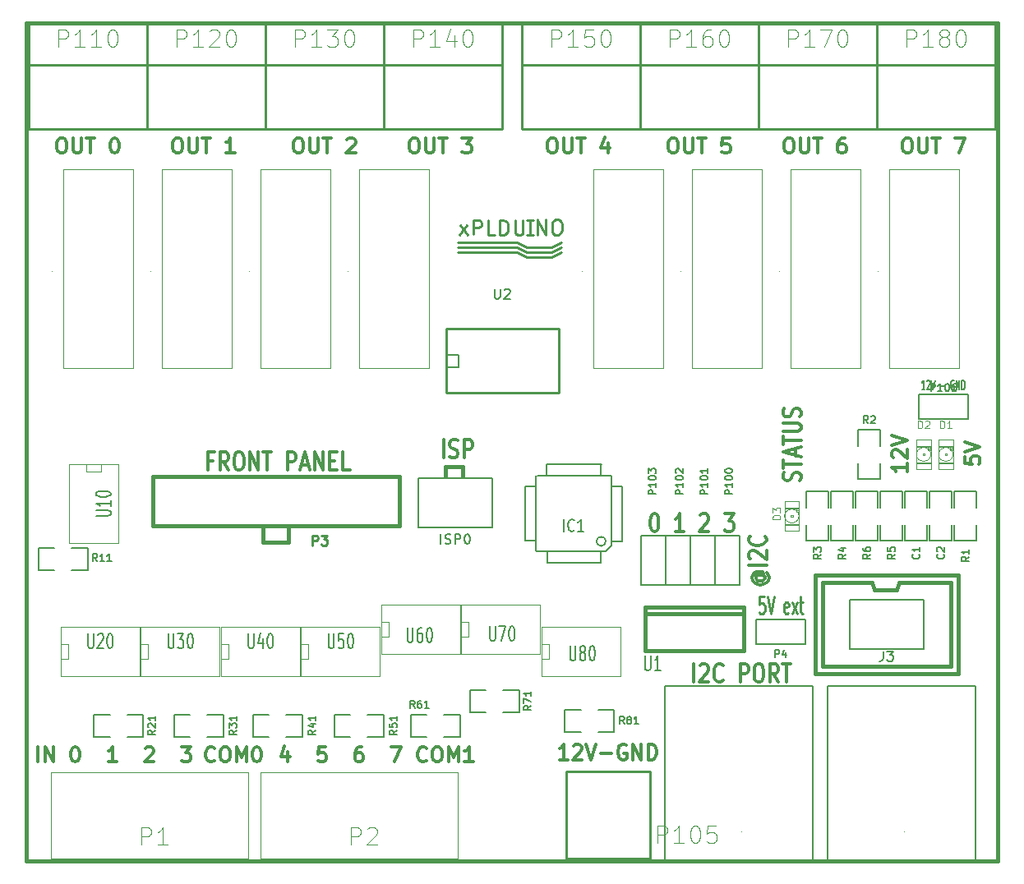
<source format=gto>
G04 (created by PCBNEW (2013-mar-13)-testing) date mer. 01 mai 2013 21:42:49 CEST*
%MOIN*%
G04 Gerber Fmt 3.4, Leading zero omitted, Abs format*
%FSLAX34Y34*%
G01*
G70*
G90*
G04 APERTURE LIST*
%ADD10C,2.3622e-06*%
%ADD11C,0.00984252*%
%ADD12C,0.00531496*%
%ADD13C,0.011811*%
%ADD14C,0.015*%
%ADD15C,0.012*%
%ADD16C,0.01*%
%ADD17C,0.008*%
%ADD18C,0.006*%
%ADD19C,0.0039*%
%ADD20C,0.0026*%
%ADD21C,0.004*%
%ADD22C,0.0094*%
%ADD23C,0.005*%
%ADD24C,0.0108*%
%ADD25C,0.0035*%
%ADD26C,3.93701e-06*%
G04 APERTURE END LIST*
G54D10*
G54D11*
X101434Y-51261D02*
X101246Y-51261D01*
X101228Y-51599D01*
X101246Y-51565D01*
X101284Y-51531D01*
X101378Y-51531D01*
X101415Y-51565D01*
X101434Y-51599D01*
X101453Y-51666D01*
X101453Y-51835D01*
X101434Y-51903D01*
X101415Y-51936D01*
X101378Y-51970D01*
X101284Y-51970D01*
X101246Y-51936D01*
X101228Y-51903D01*
X101565Y-51261D02*
X101696Y-51970D01*
X101828Y-51261D01*
X102409Y-51936D02*
X102371Y-51970D01*
X102296Y-51970D01*
X102259Y-51936D01*
X102240Y-51869D01*
X102240Y-51599D01*
X102259Y-51531D01*
X102296Y-51498D01*
X102371Y-51498D01*
X102409Y-51531D01*
X102428Y-51599D01*
X102428Y-51666D01*
X102240Y-51734D01*
X102559Y-51970D02*
X102765Y-51498D01*
X102559Y-51498D02*
X102765Y-51970D01*
X102859Y-51498D02*
X103009Y-51498D01*
X102915Y-51261D02*
X102915Y-51869D01*
X102934Y-51936D01*
X102971Y-51970D01*
X103009Y-51970D01*
G54D12*
X107950Y-42878D02*
X107829Y-42878D01*
X107890Y-42878D02*
X107890Y-42484D01*
X107869Y-42540D01*
X107849Y-42578D01*
X107829Y-42596D01*
X108031Y-42521D02*
X108041Y-42503D01*
X108062Y-42484D01*
X108112Y-42484D01*
X108133Y-42503D01*
X108143Y-42521D01*
X108153Y-42559D01*
X108153Y-42596D01*
X108143Y-42653D01*
X108021Y-42878D01*
X108153Y-42878D01*
X108214Y-42484D02*
X108284Y-42878D01*
X108355Y-42484D01*
X108588Y-42728D02*
X108750Y-42728D01*
X109125Y-42503D02*
X109104Y-42484D01*
X109074Y-42484D01*
X109044Y-42503D01*
X109023Y-42540D01*
X109013Y-42578D01*
X109003Y-42653D01*
X109003Y-42709D01*
X109013Y-42784D01*
X109023Y-42821D01*
X109044Y-42859D01*
X109074Y-42878D01*
X109094Y-42878D01*
X109125Y-42859D01*
X109135Y-42840D01*
X109135Y-42709D01*
X109094Y-42709D01*
X109226Y-42878D02*
X109226Y-42484D01*
X109347Y-42878D01*
X109347Y-42484D01*
X109449Y-42878D02*
X109449Y-42484D01*
X109499Y-42484D01*
X109530Y-42503D01*
X109550Y-42540D01*
X109560Y-42578D01*
X109570Y-42653D01*
X109570Y-42709D01*
X109560Y-42784D01*
X109550Y-42821D01*
X109530Y-42859D01*
X109499Y-42878D01*
X109449Y-42878D01*
G54D13*
X93468Y-57884D02*
X93131Y-57884D01*
X93300Y-57884D02*
X93300Y-57255D01*
X93243Y-57345D01*
X93187Y-57405D01*
X93131Y-57435D01*
X93693Y-57315D02*
X93722Y-57285D01*
X93778Y-57255D01*
X93918Y-57255D01*
X93975Y-57285D01*
X94003Y-57315D01*
X94031Y-57375D01*
X94031Y-57435D01*
X94003Y-57525D01*
X93665Y-57884D01*
X94031Y-57884D01*
X94200Y-57255D02*
X94396Y-57884D01*
X94593Y-57255D01*
X94790Y-57644D02*
X95240Y-57644D01*
X95831Y-57285D02*
X95774Y-57255D01*
X95690Y-57255D01*
X95606Y-57285D01*
X95549Y-57345D01*
X95521Y-57405D01*
X95493Y-57525D01*
X95493Y-57614D01*
X95521Y-57734D01*
X95549Y-57794D01*
X95606Y-57854D01*
X95690Y-57884D01*
X95746Y-57884D01*
X95831Y-57854D01*
X95859Y-57824D01*
X95859Y-57614D01*
X95746Y-57614D01*
X96112Y-57884D02*
X96112Y-57255D01*
X96449Y-57884D01*
X96449Y-57255D01*
X96731Y-57884D02*
X96731Y-57255D01*
X96871Y-57255D01*
X96956Y-57285D01*
X97012Y-57345D01*
X97040Y-57405D01*
X97068Y-57525D01*
X97068Y-57614D01*
X97040Y-57734D01*
X97012Y-57794D01*
X96956Y-57854D01*
X96871Y-57884D01*
X96731Y-57884D01*
X98573Y-54720D02*
X98573Y-54011D01*
X98826Y-54079D02*
X98854Y-54045D01*
X98911Y-54011D01*
X99051Y-54011D01*
X99107Y-54045D01*
X99136Y-54079D01*
X99164Y-54146D01*
X99164Y-54214D01*
X99136Y-54315D01*
X98798Y-54720D01*
X99164Y-54720D01*
X99754Y-54653D02*
X99726Y-54686D01*
X99642Y-54720D01*
X99586Y-54720D01*
X99501Y-54686D01*
X99445Y-54619D01*
X99417Y-54551D01*
X99389Y-54416D01*
X99389Y-54315D01*
X99417Y-54180D01*
X99445Y-54113D01*
X99501Y-54045D01*
X99586Y-54011D01*
X99642Y-54011D01*
X99726Y-54045D01*
X99754Y-54079D01*
X100457Y-54720D02*
X100457Y-54011D01*
X100682Y-54011D01*
X100739Y-54045D01*
X100767Y-54079D01*
X100795Y-54146D01*
X100795Y-54248D01*
X100767Y-54315D01*
X100739Y-54349D01*
X100682Y-54383D01*
X100457Y-54383D01*
X101160Y-54011D02*
X101273Y-54011D01*
X101329Y-54045D01*
X101385Y-54113D01*
X101413Y-54248D01*
X101413Y-54484D01*
X101385Y-54619D01*
X101329Y-54686D01*
X101273Y-54720D01*
X101160Y-54720D01*
X101104Y-54686D01*
X101048Y-54619D01*
X101020Y-54484D01*
X101020Y-54248D01*
X101048Y-54113D01*
X101104Y-54045D01*
X101160Y-54011D01*
X102004Y-54720D02*
X101807Y-54383D01*
X101667Y-54720D02*
X101667Y-54011D01*
X101892Y-54011D01*
X101948Y-54045D01*
X101976Y-54079D01*
X102004Y-54146D01*
X102004Y-54248D01*
X101976Y-54315D01*
X101948Y-54349D01*
X101892Y-54383D01*
X101667Y-54383D01*
X102173Y-54011D02*
X102510Y-54011D01*
X102341Y-54720D02*
X102341Y-54011D01*
G54D14*
X89200Y-46000D02*
X89200Y-46400D01*
X88500Y-46000D02*
X89200Y-46000D01*
X88500Y-46400D02*
X88500Y-46000D01*
G54D13*
X88423Y-45620D02*
X88423Y-44911D01*
X88676Y-45586D02*
X88760Y-45620D01*
X88901Y-45620D01*
X88957Y-45586D01*
X88985Y-45553D01*
X89014Y-45485D01*
X89014Y-45418D01*
X88985Y-45350D01*
X88957Y-45316D01*
X88901Y-45283D01*
X88789Y-45249D01*
X88732Y-45215D01*
X88704Y-45181D01*
X88676Y-45114D01*
X88676Y-45046D01*
X88704Y-44979D01*
X88732Y-44945D01*
X88789Y-44911D01*
X88929Y-44911D01*
X89014Y-44945D01*
X89267Y-45620D02*
X89267Y-44911D01*
X89492Y-44911D01*
X89548Y-44945D01*
X89576Y-44979D01*
X89604Y-45046D01*
X89604Y-45148D01*
X89576Y-45215D01*
X89548Y-45249D01*
X89492Y-45283D01*
X89267Y-45283D01*
X79056Y-45749D02*
X78859Y-45749D01*
X78859Y-46120D02*
X78859Y-45411D01*
X79140Y-45411D01*
X79703Y-46120D02*
X79506Y-45783D01*
X79365Y-46120D02*
X79365Y-45411D01*
X79590Y-45411D01*
X79647Y-45445D01*
X79675Y-45479D01*
X79703Y-45546D01*
X79703Y-45648D01*
X79675Y-45715D01*
X79647Y-45749D01*
X79590Y-45783D01*
X79365Y-45783D01*
X80068Y-45411D02*
X80181Y-45411D01*
X80237Y-45445D01*
X80293Y-45513D01*
X80322Y-45648D01*
X80322Y-45884D01*
X80293Y-46019D01*
X80237Y-46086D01*
X80181Y-46120D01*
X80068Y-46120D01*
X80012Y-46086D01*
X79956Y-46019D01*
X79928Y-45884D01*
X79928Y-45648D01*
X79956Y-45513D01*
X80012Y-45445D01*
X80068Y-45411D01*
X80575Y-46120D02*
X80575Y-45411D01*
X80912Y-46120D01*
X80912Y-45411D01*
X81109Y-45411D02*
X81446Y-45411D01*
X81278Y-46120D02*
X81278Y-45411D01*
X82093Y-46120D02*
X82093Y-45411D01*
X82318Y-45411D01*
X82374Y-45445D01*
X82403Y-45479D01*
X82431Y-45546D01*
X82431Y-45648D01*
X82403Y-45715D01*
X82374Y-45749D01*
X82318Y-45783D01*
X82093Y-45783D01*
X82656Y-45918D02*
X82937Y-45918D01*
X82599Y-46120D02*
X82796Y-45411D01*
X82993Y-46120D01*
X83190Y-46120D02*
X83190Y-45411D01*
X83527Y-46120D01*
X83527Y-45411D01*
X83809Y-45749D02*
X84005Y-45749D01*
X84090Y-46120D02*
X83809Y-46120D01*
X83809Y-45411D01*
X84090Y-45411D01*
X84624Y-46120D02*
X84343Y-46120D01*
X84343Y-45411D01*
X107234Y-45865D02*
X107234Y-46203D01*
X107234Y-46034D02*
X106605Y-46034D01*
X106695Y-46090D01*
X106755Y-46146D01*
X106785Y-46203D01*
X106665Y-45640D02*
X106635Y-45612D01*
X106605Y-45556D01*
X106605Y-45415D01*
X106635Y-45359D01*
X106665Y-45331D01*
X106725Y-45303D01*
X106785Y-45303D01*
X106875Y-45331D01*
X107234Y-45668D01*
X107234Y-45303D01*
X106605Y-45134D02*
X107234Y-44937D01*
X106605Y-44740D01*
X109555Y-45588D02*
X109555Y-45870D01*
X109855Y-45898D01*
X109825Y-45870D01*
X109795Y-45813D01*
X109795Y-45673D01*
X109825Y-45616D01*
X109855Y-45588D01*
X109914Y-45560D01*
X110064Y-45560D01*
X110124Y-45588D01*
X110154Y-45616D01*
X110184Y-45673D01*
X110184Y-45813D01*
X110154Y-45870D01*
X110124Y-45898D01*
X109555Y-45392D02*
X110184Y-45195D01*
X109555Y-44998D01*
X102886Y-46562D02*
X102920Y-46477D01*
X102920Y-46337D01*
X102886Y-46281D01*
X102853Y-46252D01*
X102785Y-46224D01*
X102718Y-46224D01*
X102650Y-46252D01*
X102616Y-46281D01*
X102583Y-46337D01*
X102549Y-46449D01*
X102515Y-46506D01*
X102481Y-46534D01*
X102414Y-46562D01*
X102346Y-46562D01*
X102279Y-46534D01*
X102245Y-46506D01*
X102211Y-46449D01*
X102211Y-46309D01*
X102245Y-46224D01*
X102211Y-46056D02*
X102211Y-45718D01*
X102920Y-45887D02*
X102211Y-45887D01*
X102718Y-45549D02*
X102718Y-45268D01*
X102920Y-45606D02*
X102211Y-45409D01*
X102920Y-45212D01*
X102211Y-45100D02*
X102211Y-44762D01*
X102920Y-44931D02*
X102211Y-44931D01*
X102211Y-44565D02*
X102785Y-44565D01*
X102853Y-44537D01*
X102886Y-44509D01*
X102920Y-44453D01*
X102920Y-44340D01*
X102886Y-44284D01*
X102853Y-44256D01*
X102785Y-44228D01*
X102211Y-44228D01*
X102886Y-43975D02*
X102920Y-43890D01*
X102920Y-43750D01*
X102886Y-43693D01*
X102853Y-43665D01*
X102785Y-43637D01*
X102718Y-43637D01*
X102650Y-43665D01*
X102616Y-43693D01*
X102583Y-43750D01*
X102549Y-43862D01*
X102515Y-43918D01*
X102481Y-43947D01*
X102414Y-43975D01*
X102346Y-43975D01*
X102279Y-43947D01*
X102245Y-43918D01*
X102211Y-43862D01*
X102211Y-43722D01*
X102245Y-43637D01*
X101183Y-50390D02*
X101149Y-50418D01*
X101115Y-50474D01*
X101115Y-50531D01*
X101149Y-50587D01*
X101183Y-50615D01*
X101250Y-50643D01*
X101318Y-50643D01*
X101385Y-50615D01*
X101419Y-50587D01*
X101453Y-50531D01*
X101453Y-50474D01*
X101419Y-50418D01*
X101385Y-50390D01*
X101115Y-50390D02*
X101385Y-50390D01*
X101419Y-50362D01*
X101419Y-50334D01*
X101385Y-50278D01*
X101318Y-50249D01*
X101149Y-50249D01*
X101048Y-50306D01*
X100980Y-50390D01*
X100946Y-50503D01*
X100980Y-50615D01*
X101048Y-50699D01*
X101149Y-50756D01*
X101284Y-50784D01*
X101419Y-50756D01*
X101520Y-50699D01*
X101588Y-50615D01*
X101621Y-50503D01*
X101588Y-50390D01*
X101520Y-50306D01*
X101520Y-49996D02*
X100811Y-49996D01*
X100879Y-49743D02*
X100845Y-49715D01*
X100811Y-49659D01*
X100811Y-49518D01*
X100845Y-49462D01*
X100879Y-49434D01*
X100946Y-49406D01*
X101014Y-49406D01*
X101115Y-49434D01*
X101520Y-49771D01*
X101520Y-49406D01*
X101453Y-48815D02*
X101486Y-48843D01*
X101520Y-48928D01*
X101520Y-48984D01*
X101486Y-49068D01*
X101419Y-49125D01*
X101351Y-49153D01*
X101216Y-49181D01*
X101115Y-49181D01*
X100980Y-49153D01*
X100913Y-49125D01*
X100845Y-49068D01*
X100811Y-48984D01*
X100811Y-48928D01*
X100845Y-48843D01*
X100879Y-48815D01*
X96953Y-47911D02*
X97009Y-47911D01*
X97065Y-47945D01*
X97093Y-47979D01*
X97122Y-48046D01*
X97150Y-48181D01*
X97150Y-48350D01*
X97122Y-48485D01*
X97093Y-48553D01*
X97065Y-48586D01*
X97009Y-48620D01*
X96953Y-48620D01*
X96897Y-48586D01*
X96868Y-48553D01*
X96840Y-48485D01*
X96812Y-48350D01*
X96812Y-48181D01*
X96840Y-48046D01*
X96868Y-47979D01*
X96897Y-47945D01*
X96953Y-47911D01*
X98162Y-48620D02*
X97825Y-48620D01*
X97993Y-48620D02*
X97993Y-47911D01*
X97937Y-48013D01*
X97881Y-48080D01*
X97825Y-48114D01*
X98837Y-47979D02*
X98865Y-47945D01*
X98921Y-47911D01*
X99062Y-47911D01*
X99118Y-47945D01*
X99146Y-47979D01*
X99174Y-48046D01*
X99174Y-48114D01*
X99146Y-48215D01*
X98809Y-48620D01*
X99174Y-48620D01*
X99821Y-47911D02*
X100187Y-47911D01*
X99990Y-48181D01*
X100074Y-48181D01*
X100131Y-48215D01*
X100159Y-48249D01*
X100187Y-48316D01*
X100187Y-48485D01*
X100159Y-48553D01*
X100131Y-48586D01*
X100074Y-48620D01*
X99906Y-48620D01*
X99849Y-48586D01*
X99821Y-48553D01*
G54D15*
X107185Y-32671D02*
X107300Y-32671D01*
X107357Y-32700D01*
X107414Y-32757D01*
X107442Y-32871D01*
X107442Y-33071D01*
X107414Y-33185D01*
X107357Y-33242D01*
X107300Y-33271D01*
X107185Y-33271D01*
X107128Y-33242D01*
X107071Y-33185D01*
X107042Y-33071D01*
X107042Y-32871D01*
X107071Y-32757D01*
X107128Y-32700D01*
X107185Y-32671D01*
X107700Y-32671D02*
X107700Y-33157D01*
X107728Y-33214D01*
X107757Y-33242D01*
X107814Y-33271D01*
X107928Y-33271D01*
X107985Y-33242D01*
X108014Y-33214D01*
X108042Y-33157D01*
X108042Y-32671D01*
X108242Y-32671D02*
X108585Y-32671D01*
X108414Y-33271D02*
X108414Y-32671D01*
X109185Y-32671D02*
X109585Y-32671D01*
X109328Y-33271D01*
X102385Y-32671D02*
X102500Y-32671D01*
X102557Y-32700D01*
X102614Y-32757D01*
X102642Y-32871D01*
X102642Y-33071D01*
X102614Y-33185D01*
X102557Y-33242D01*
X102500Y-33271D01*
X102385Y-33271D01*
X102328Y-33242D01*
X102271Y-33185D01*
X102242Y-33071D01*
X102242Y-32871D01*
X102271Y-32757D01*
X102328Y-32700D01*
X102385Y-32671D01*
X102900Y-32671D02*
X102900Y-33157D01*
X102928Y-33214D01*
X102957Y-33242D01*
X103014Y-33271D01*
X103128Y-33271D01*
X103185Y-33242D01*
X103214Y-33214D01*
X103242Y-33157D01*
X103242Y-32671D01*
X103442Y-32671D02*
X103785Y-32671D01*
X103614Y-33271D02*
X103614Y-32671D01*
X104700Y-32671D02*
X104585Y-32671D01*
X104528Y-32700D01*
X104500Y-32728D01*
X104442Y-32814D01*
X104414Y-32928D01*
X104414Y-33157D01*
X104442Y-33214D01*
X104471Y-33242D01*
X104528Y-33271D01*
X104642Y-33271D01*
X104700Y-33242D01*
X104728Y-33214D01*
X104757Y-33157D01*
X104757Y-33014D01*
X104728Y-32957D01*
X104700Y-32928D01*
X104642Y-32900D01*
X104528Y-32900D01*
X104471Y-32928D01*
X104442Y-32957D01*
X104414Y-33014D01*
X97685Y-32671D02*
X97800Y-32671D01*
X97857Y-32700D01*
X97914Y-32757D01*
X97942Y-32871D01*
X97942Y-33071D01*
X97914Y-33185D01*
X97857Y-33242D01*
X97800Y-33271D01*
X97685Y-33271D01*
X97628Y-33242D01*
X97571Y-33185D01*
X97542Y-33071D01*
X97542Y-32871D01*
X97571Y-32757D01*
X97628Y-32700D01*
X97685Y-32671D01*
X98200Y-32671D02*
X98200Y-33157D01*
X98228Y-33214D01*
X98257Y-33242D01*
X98314Y-33271D01*
X98428Y-33271D01*
X98485Y-33242D01*
X98514Y-33214D01*
X98542Y-33157D01*
X98542Y-32671D01*
X98742Y-32671D02*
X99085Y-32671D01*
X98914Y-33271D02*
X98914Y-32671D01*
X100028Y-32671D02*
X99742Y-32671D01*
X99714Y-32957D01*
X99742Y-32928D01*
X99800Y-32900D01*
X99942Y-32900D01*
X100000Y-32928D01*
X100028Y-32957D01*
X100057Y-33014D01*
X100057Y-33157D01*
X100028Y-33214D01*
X100000Y-33242D01*
X99942Y-33271D01*
X99800Y-33271D01*
X99742Y-33242D01*
X99714Y-33214D01*
X92785Y-32671D02*
X92900Y-32671D01*
X92957Y-32700D01*
X93014Y-32757D01*
X93042Y-32871D01*
X93042Y-33071D01*
X93014Y-33185D01*
X92957Y-33242D01*
X92900Y-33271D01*
X92785Y-33271D01*
X92728Y-33242D01*
X92671Y-33185D01*
X92642Y-33071D01*
X92642Y-32871D01*
X92671Y-32757D01*
X92728Y-32700D01*
X92785Y-32671D01*
X93300Y-32671D02*
X93300Y-33157D01*
X93328Y-33214D01*
X93357Y-33242D01*
X93414Y-33271D01*
X93528Y-33271D01*
X93585Y-33242D01*
X93614Y-33214D01*
X93642Y-33157D01*
X93642Y-32671D01*
X93842Y-32671D02*
X94185Y-32671D01*
X94014Y-33271D02*
X94014Y-32671D01*
X95100Y-32871D02*
X95100Y-33271D01*
X94957Y-32642D02*
X94814Y-33071D01*
X95185Y-33071D01*
X87185Y-32671D02*
X87300Y-32671D01*
X87357Y-32700D01*
X87414Y-32757D01*
X87442Y-32871D01*
X87442Y-33071D01*
X87414Y-33185D01*
X87357Y-33242D01*
X87300Y-33271D01*
X87185Y-33271D01*
X87128Y-33242D01*
X87071Y-33185D01*
X87042Y-33071D01*
X87042Y-32871D01*
X87071Y-32757D01*
X87128Y-32700D01*
X87185Y-32671D01*
X87700Y-32671D02*
X87700Y-33157D01*
X87728Y-33214D01*
X87757Y-33242D01*
X87814Y-33271D01*
X87928Y-33271D01*
X87985Y-33242D01*
X88014Y-33214D01*
X88042Y-33157D01*
X88042Y-32671D01*
X88242Y-32671D02*
X88585Y-32671D01*
X88414Y-33271D02*
X88414Y-32671D01*
X89185Y-32671D02*
X89557Y-32671D01*
X89357Y-32900D01*
X89442Y-32900D01*
X89500Y-32928D01*
X89528Y-32957D01*
X89557Y-33014D01*
X89557Y-33157D01*
X89528Y-33214D01*
X89500Y-33242D01*
X89442Y-33271D01*
X89271Y-33271D01*
X89214Y-33242D01*
X89185Y-33214D01*
X82485Y-32671D02*
X82600Y-32671D01*
X82657Y-32700D01*
X82714Y-32757D01*
X82742Y-32871D01*
X82742Y-33071D01*
X82714Y-33185D01*
X82657Y-33242D01*
X82600Y-33271D01*
X82485Y-33271D01*
X82428Y-33242D01*
X82371Y-33185D01*
X82342Y-33071D01*
X82342Y-32871D01*
X82371Y-32757D01*
X82428Y-32700D01*
X82485Y-32671D01*
X83000Y-32671D02*
X83000Y-33157D01*
X83028Y-33214D01*
X83057Y-33242D01*
X83114Y-33271D01*
X83228Y-33271D01*
X83285Y-33242D01*
X83314Y-33214D01*
X83342Y-33157D01*
X83342Y-32671D01*
X83542Y-32671D02*
X83885Y-32671D01*
X83714Y-33271D02*
X83714Y-32671D01*
X84514Y-32728D02*
X84542Y-32700D01*
X84600Y-32671D01*
X84742Y-32671D01*
X84800Y-32700D01*
X84828Y-32728D01*
X84857Y-32785D01*
X84857Y-32842D01*
X84828Y-32928D01*
X84485Y-33271D01*
X84857Y-33271D01*
X77585Y-32671D02*
X77700Y-32671D01*
X77757Y-32700D01*
X77814Y-32757D01*
X77842Y-32871D01*
X77842Y-33071D01*
X77814Y-33185D01*
X77757Y-33242D01*
X77700Y-33271D01*
X77585Y-33271D01*
X77528Y-33242D01*
X77471Y-33185D01*
X77442Y-33071D01*
X77442Y-32871D01*
X77471Y-32757D01*
X77528Y-32700D01*
X77585Y-32671D01*
X78100Y-32671D02*
X78100Y-33157D01*
X78128Y-33214D01*
X78157Y-33242D01*
X78214Y-33271D01*
X78328Y-33271D01*
X78385Y-33242D01*
X78414Y-33214D01*
X78442Y-33157D01*
X78442Y-32671D01*
X78642Y-32671D02*
X78985Y-32671D01*
X78814Y-33271D02*
X78814Y-32671D01*
X79957Y-33271D02*
X79614Y-33271D01*
X79785Y-33271D02*
X79785Y-32671D01*
X79728Y-32757D01*
X79671Y-32814D01*
X79614Y-32842D01*
X72885Y-32671D02*
X73000Y-32671D01*
X73057Y-32700D01*
X73114Y-32757D01*
X73142Y-32871D01*
X73142Y-33071D01*
X73114Y-33185D01*
X73057Y-33242D01*
X73000Y-33271D01*
X72885Y-33271D01*
X72828Y-33242D01*
X72771Y-33185D01*
X72742Y-33071D01*
X72742Y-32871D01*
X72771Y-32757D01*
X72828Y-32700D01*
X72885Y-32671D01*
X73400Y-32671D02*
X73400Y-33157D01*
X73428Y-33214D01*
X73457Y-33242D01*
X73514Y-33271D01*
X73628Y-33271D01*
X73685Y-33242D01*
X73714Y-33214D01*
X73742Y-33157D01*
X73742Y-32671D01*
X73942Y-32671D02*
X74285Y-32671D01*
X74114Y-33271D02*
X74114Y-32671D01*
X75057Y-32671D02*
X75114Y-32671D01*
X75171Y-32700D01*
X75200Y-32728D01*
X75228Y-32785D01*
X75257Y-32900D01*
X75257Y-33042D01*
X75228Y-33157D01*
X75200Y-33214D01*
X75171Y-33242D01*
X75114Y-33271D01*
X75057Y-33271D01*
X75000Y-33242D01*
X74971Y-33214D01*
X74942Y-33157D01*
X74914Y-33042D01*
X74914Y-32900D01*
X74942Y-32785D01*
X74971Y-32728D01*
X75000Y-32700D01*
X75057Y-32671D01*
X87742Y-57914D02*
X87714Y-57942D01*
X87628Y-57971D01*
X87571Y-57971D01*
X87485Y-57942D01*
X87428Y-57885D01*
X87400Y-57828D01*
X87371Y-57714D01*
X87371Y-57628D01*
X87400Y-57514D01*
X87428Y-57457D01*
X87485Y-57400D01*
X87571Y-57371D01*
X87628Y-57371D01*
X87714Y-57400D01*
X87742Y-57428D01*
X88114Y-57371D02*
X88228Y-57371D01*
X88285Y-57400D01*
X88342Y-57457D01*
X88371Y-57571D01*
X88371Y-57771D01*
X88342Y-57885D01*
X88285Y-57942D01*
X88228Y-57971D01*
X88114Y-57971D01*
X88057Y-57942D01*
X88000Y-57885D01*
X87971Y-57771D01*
X87971Y-57571D01*
X88000Y-57457D01*
X88057Y-57400D01*
X88114Y-57371D01*
X88628Y-57971D02*
X88628Y-57371D01*
X88828Y-57800D01*
X89028Y-57371D01*
X89028Y-57971D01*
X89628Y-57971D02*
X89285Y-57971D01*
X89457Y-57971D02*
X89457Y-57371D01*
X89399Y-57457D01*
X89342Y-57514D01*
X89285Y-57542D01*
X86300Y-57371D02*
X86700Y-57371D01*
X86442Y-57971D01*
X85114Y-57371D02*
X85000Y-57371D01*
X84942Y-57400D01*
X84914Y-57428D01*
X84857Y-57514D01*
X84828Y-57628D01*
X84828Y-57857D01*
X84857Y-57914D01*
X84885Y-57942D01*
X84942Y-57971D01*
X85057Y-57971D01*
X85114Y-57942D01*
X85142Y-57914D01*
X85171Y-57857D01*
X85171Y-57714D01*
X85142Y-57657D01*
X85114Y-57628D01*
X85057Y-57600D01*
X84942Y-57600D01*
X84885Y-57628D01*
X84857Y-57657D01*
X84828Y-57714D01*
X83642Y-57371D02*
X83357Y-57371D01*
X83328Y-57657D01*
X83357Y-57628D01*
X83414Y-57600D01*
X83557Y-57600D01*
X83614Y-57628D01*
X83642Y-57657D01*
X83671Y-57714D01*
X83671Y-57857D01*
X83642Y-57914D01*
X83614Y-57942D01*
X83557Y-57971D01*
X83414Y-57971D01*
X83357Y-57942D01*
X83328Y-57914D01*
X82114Y-57571D02*
X82114Y-57971D01*
X81971Y-57342D02*
X81828Y-57771D01*
X82200Y-57771D01*
X79142Y-57914D02*
X79114Y-57942D01*
X79028Y-57971D01*
X78971Y-57971D01*
X78885Y-57942D01*
X78828Y-57885D01*
X78800Y-57828D01*
X78771Y-57714D01*
X78771Y-57628D01*
X78800Y-57514D01*
X78828Y-57457D01*
X78885Y-57400D01*
X78971Y-57371D01*
X79028Y-57371D01*
X79114Y-57400D01*
X79142Y-57428D01*
X79514Y-57371D02*
X79628Y-57371D01*
X79685Y-57400D01*
X79742Y-57457D01*
X79771Y-57571D01*
X79771Y-57771D01*
X79742Y-57885D01*
X79685Y-57942D01*
X79628Y-57971D01*
X79514Y-57971D01*
X79457Y-57942D01*
X79400Y-57885D01*
X79371Y-57771D01*
X79371Y-57571D01*
X79400Y-57457D01*
X79457Y-57400D01*
X79514Y-57371D01*
X80028Y-57971D02*
X80028Y-57371D01*
X80228Y-57800D01*
X80428Y-57371D01*
X80428Y-57971D01*
X80828Y-57371D02*
X80885Y-57371D01*
X80942Y-57400D01*
X80971Y-57428D01*
X80999Y-57485D01*
X81028Y-57600D01*
X81028Y-57742D01*
X80999Y-57857D01*
X80971Y-57914D01*
X80942Y-57942D01*
X80885Y-57971D01*
X80828Y-57971D01*
X80771Y-57942D01*
X80742Y-57914D01*
X80714Y-57857D01*
X80685Y-57742D01*
X80685Y-57600D01*
X80714Y-57485D01*
X80742Y-57428D01*
X80771Y-57400D01*
X80828Y-57371D01*
X77800Y-57371D02*
X78171Y-57371D01*
X77971Y-57600D01*
X78057Y-57600D01*
X78114Y-57628D01*
X78142Y-57657D01*
X78171Y-57714D01*
X78171Y-57857D01*
X78142Y-57914D01*
X78114Y-57942D01*
X78057Y-57971D01*
X77885Y-57971D01*
X77828Y-57942D01*
X77800Y-57914D01*
X76328Y-57428D02*
X76357Y-57400D01*
X76414Y-57371D01*
X76557Y-57371D01*
X76614Y-57400D01*
X76642Y-57428D01*
X76671Y-57485D01*
X76671Y-57542D01*
X76642Y-57628D01*
X76300Y-57971D01*
X76671Y-57971D01*
X75171Y-57971D02*
X74828Y-57971D01*
X75000Y-57971D02*
X75000Y-57371D01*
X74942Y-57457D01*
X74885Y-57514D01*
X74828Y-57542D01*
X71971Y-57971D02*
X71971Y-57371D01*
X72257Y-57971D02*
X72257Y-57371D01*
X72600Y-57971D01*
X72600Y-57371D01*
X73457Y-57371D02*
X73514Y-57371D01*
X73571Y-57400D01*
X73600Y-57428D01*
X73628Y-57485D01*
X73657Y-57600D01*
X73657Y-57742D01*
X73628Y-57857D01*
X73600Y-57914D01*
X73571Y-57942D01*
X73514Y-57971D01*
X73457Y-57971D01*
X73400Y-57942D01*
X73371Y-57914D01*
X73342Y-57857D01*
X73314Y-57742D01*
X73314Y-57600D01*
X73342Y-57485D01*
X73371Y-57428D01*
X73400Y-57400D01*
X73457Y-57371D01*
G54D14*
X82150Y-48400D02*
X82200Y-48400D01*
X82150Y-49050D02*
X82150Y-48400D01*
X82100Y-49050D02*
X82150Y-49050D01*
X81100Y-49050D02*
X82100Y-49050D01*
X81100Y-48400D02*
X81100Y-49050D01*
X71500Y-62000D02*
X110900Y-62000D01*
X71500Y-28000D02*
X110900Y-28000D01*
X110900Y-28000D02*
X110800Y-28000D01*
X110900Y-62000D02*
X110900Y-28000D01*
X71500Y-62000D02*
X71500Y-28000D01*
G54D16*
X88550Y-40400D02*
X88550Y-40650D01*
X88550Y-42800D02*
X88550Y-43000D01*
X88550Y-43000D02*
X93100Y-43000D01*
X93100Y-43000D02*
X93100Y-42800D01*
X88550Y-40400D02*
X93100Y-40400D01*
X93100Y-40400D02*
X93100Y-40650D01*
X93100Y-40600D02*
X93100Y-42800D01*
X88550Y-40600D02*
X88550Y-42800D01*
G54D17*
X88550Y-41450D02*
X89050Y-41450D01*
X89050Y-41450D02*
X89050Y-41950D01*
X89050Y-41950D02*
X88550Y-41950D01*
G54D14*
X76650Y-48400D02*
X86650Y-48400D01*
X86650Y-46400D02*
X76675Y-46400D01*
X76650Y-46400D02*
X76650Y-48400D01*
X86650Y-48400D02*
X86650Y-46400D01*
G54D18*
X103100Y-52200D02*
X103100Y-53200D01*
X103100Y-53200D02*
X101100Y-53200D01*
X101100Y-53200D02*
X101100Y-52200D01*
X101100Y-52200D02*
X103100Y-52200D01*
X91720Y-46810D02*
X92170Y-46810D01*
X91720Y-48990D02*
X92160Y-48990D01*
X91720Y-46810D02*
X91720Y-48990D01*
X92600Y-46340D02*
X92600Y-45910D01*
X94810Y-46330D02*
X94810Y-45910D01*
X94820Y-45910D02*
X92600Y-45900D01*
X94800Y-49880D02*
X92630Y-49890D01*
X95230Y-49190D02*
X95230Y-46360D01*
X92620Y-49880D02*
X92620Y-49470D01*
X94980Y-49430D02*
X92200Y-49430D01*
X92180Y-46350D02*
X92180Y-49390D01*
X95230Y-46350D02*
X92230Y-46350D01*
X95680Y-49020D02*
X95680Y-46800D01*
X95680Y-46800D02*
X95230Y-46800D01*
X95226Y-49200D02*
X94996Y-49430D01*
X95678Y-49020D02*
X95226Y-49020D01*
X94800Y-49430D02*
X94800Y-49882D01*
X95006Y-49026D02*
G75*
G03X95006Y-49026I-188J0D01*
G74*
G01*
G54D19*
X89150Y-52300D02*
X89450Y-52300D01*
X89450Y-52300D02*
X89450Y-52900D01*
X89450Y-52900D02*
X89150Y-52900D01*
X89150Y-53600D02*
X92350Y-53600D01*
X89150Y-51600D02*
X92350Y-51600D01*
X92350Y-51600D02*
X92350Y-53600D01*
X89150Y-51600D02*
X89150Y-53600D01*
X92400Y-53200D02*
X92700Y-53200D01*
X92700Y-53200D02*
X92700Y-53800D01*
X92700Y-53800D02*
X92400Y-53800D01*
X92400Y-54500D02*
X95600Y-54500D01*
X92400Y-52500D02*
X95600Y-52500D01*
X95600Y-52500D02*
X95600Y-54500D01*
X92400Y-52500D02*
X92400Y-54500D01*
X85900Y-52300D02*
X86200Y-52300D01*
X86200Y-52300D02*
X86200Y-52900D01*
X86200Y-52900D02*
X85900Y-52900D01*
X85900Y-53600D02*
X89100Y-53600D01*
X85900Y-51600D02*
X89100Y-51600D01*
X89100Y-51600D02*
X89100Y-53600D01*
X85900Y-51600D02*
X85900Y-53600D01*
X82650Y-53200D02*
X82950Y-53200D01*
X82950Y-53200D02*
X82950Y-53800D01*
X82950Y-53800D02*
X82650Y-53800D01*
X82650Y-54500D02*
X85850Y-54500D01*
X82650Y-52500D02*
X85850Y-52500D01*
X85850Y-52500D02*
X85850Y-54500D01*
X82650Y-52500D02*
X82650Y-54500D01*
X79400Y-53200D02*
X79700Y-53200D01*
X79700Y-53200D02*
X79700Y-53800D01*
X79700Y-53800D02*
X79400Y-53800D01*
X79400Y-54500D02*
X82600Y-54500D01*
X79400Y-52500D02*
X82600Y-52500D01*
X82600Y-52500D02*
X82600Y-54500D01*
X79400Y-52500D02*
X79400Y-54500D01*
X76150Y-53200D02*
X76450Y-53200D01*
X76450Y-53200D02*
X76450Y-53800D01*
X76450Y-53800D02*
X76150Y-53800D01*
X76150Y-54500D02*
X79350Y-54500D01*
X76150Y-52500D02*
X79350Y-52500D01*
X79350Y-52500D02*
X79350Y-54500D01*
X76150Y-52500D02*
X76150Y-54500D01*
X72900Y-53200D02*
X73200Y-53200D01*
X73200Y-53200D02*
X73200Y-53800D01*
X73200Y-53800D02*
X72900Y-53800D01*
X72900Y-54500D02*
X76100Y-54500D01*
X72900Y-52500D02*
X76100Y-52500D01*
X76100Y-52500D02*
X76100Y-54500D01*
X72900Y-52500D02*
X72900Y-54500D01*
X81000Y-58400D02*
X81000Y-61900D01*
X89000Y-58400D02*
X89000Y-61900D01*
X81000Y-61900D02*
X89000Y-61900D01*
X89000Y-58400D02*
X81000Y-58400D01*
X72500Y-58400D02*
X72500Y-61900D01*
X80500Y-58400D02*
X80500Y-61900D01*
X72500Y-61900D02*
X80500Y-61900D01*
X80500Y-58400D02*
X72500Y-58400D01*
G54D14*
X109000Y-54100D02*
X103900Y-54100D01*
X103900Y-54100D02*
X103800Y-54100D01*
X103800Y-54100D02*
X103800Y-50700D01*
X103800Y-50700D02*
X105800Y-50700D01*
X105800Y-50700D02*
X105900Y-51000D01*
X105900Y-51000D02*
X106800Y-51000D01*
X106800Y-51000D02*
X106900Y-50700D01*
X106900Y-50700D02*
X109000Y-50700D01*
X109000Y-50700D02*
X109000Y-54100D01*
X103500Y-54400D02*
X103500Y-50400D01*
X103500Y-50400D02*
X109300Y-50400D01*
X109300Y-50400D02*
X109300Y-54400D01*
X109300Y-54400D02*
X103500Y-54400D01*
G54D17*
X104900Y-51400D02*
X107900Y-51400D01*
X107900Y-53400D02*
X104900Y-53400D01*
X104900Y-53400D02*
X104900Y-51400D01*
X107900Y-51400D02*
X107900Y-53400D01*
G54D20*
X108839Y-45539D02*
X108839Y-45461D01*
X108839Y-45461D02*
X108761Y-45461D01*
X108761Y-45539D02*
X108761Y-45461D01*
X108839Y-45539D02*
X108761Y-45539D01*
X109075Y-45323D02*
X109075Y-45186D01*
X109075Y-45186D02*
X108977Y-45186D01*
X108977Y-45323D02*
X108977Y-45186D01*
X109075Y-45323D02*
X108977Y-45323D01*
X109075Y-45186D02*
X109075Y-45146D01*
X109075Y-45146D02*
X108604Y-45146D01*
X108604Y-45186D02*
X108604Y-45146D01*
X109075Y-45186D02*
X108604Y-45186D01*
X108584Y-45186D02*
X108584Y-45146D01*
X108584Y-45146D02*
X108525Y-45146D01*
X108525Y-45186D02*
X108525Y-45146D01*
X108584Y-45186D02*
X108525Y-45186D01*
X109075Y-45854D02*
X109075Y-45814D01*
X109075Y-45814D02*
X108604Y-45814D01*
X108604Y-45854D02*
X108604Y-45814D01*
X109075Y-45854D02*
X108604Y-45854D01*
X108584Y-45854D02*
X108584Y-45814D01*
X108584Y-45814D02*
X108525Y-45814D01*
X108525Y-45854D02*
X108525Y-45814D01*
X108584Y-45854D02*
X108525Y-45854D01*
X109075Y-45323D02*
X109075Y-45264D01*
X109075Y-45264D02*
X108977Y-45264D01*
X108977Y-45323D02*
X108977Y-45264D01*
X109075Y-45323D02*
X108977Y-45323D01*
G54D21*
X109095Y-44890D02*
X109095Y-46110D01*
X109095Y-46110D02*
X108505Y-46110D01*
X108505Y-46110D02*
X108505Y-44890D01*
X108505Y-44890D02*
X109095Y-44890D01*
X108996Y-45715D02*
G75*
G03X108995Y-45283I-196J215D01*
G74*
G01*
X108603Y-45715D02*
G75*
G03X108995Y-45716I196J215D01*
G74*
G01*
X108603Y-45284D02*
G75*
G03X108604Y-45716I196J-215D01*
G74*
G01*
X108996Y-45284D02*
G75*
G03X108604Y-45283I-196J-215D01*
G74*
G01*
G54D20*
X107939Y-45539D02*
X107939Y-45461D01*
X107939Y-45461D02*
X107861Y-45461D01*
X107861Y-45539D02*
X107861Y-45461D01*
X107939Y-45539D02*
X107861Y-45539D01*
X108175Y-45323D02*
X108175Y-45186D01*
X108175Y-45186D02*
X108077Y-45186D01*
X108077Y-45323D02*
X108077Y-45186D01*
X108175Y-45323D02*
X108077Y-45323D01*
X108175Y-45186D02*
X108175Y-45146D01*
X108175Y-45146D02*
X107704Y-45146D01*
X107704Y-45186D02*
X107704Y-45146D01*
X108175Y-45186D02*
X107704Y-45186D01*
X107684Y-45186D02*
X107684Y-45146D01*
X107684Y-45146D02*
X107625Y-45146D01*
X107625Y-45186D02*
X107625Y-45146D01*
X107684Y-45186D02*
X107625Y-45186D01*
X108175Y-45854D02*
X108175Y-45814D01*
X108175Y-45814D02*
X107704Y-45814D01*
X107704Y-45854D02*
X107704Y-45814D01*
X108175Y-45854D02*
X107704Y-45854D01*
X107684Y-45854D02*
X107684Y-45814D01*
X107684Y-45814D02*
X107625Y-45814D01*
X107625Y-45854D02*
X107625Y-45814D01*
X107684Y-45854D02*
X107625Y-45854D01*
X108175Y-45323D02*
X108175Y-45264D01*
X108175Y-45264D02*
X108077Y-45264D01*
X108077Y-45323D02*
X108077Y-45264D01*
X108175Y-45323D02*
X108077Y-45323D01*
G54D21*
X108195Y-44890D02*
X108195Y-46110D01*
X108195Y-46110D02*
X107605Y-46110D01*
X107605Y-46110D02*
X107605Y-44890D01*
X107605Y-44890D02*
X108195Y-44890D01*
X108096Y-45715D02*
G75*
G03X108095Y-45283I-196J215D01*
G74*
G01*
X107703Y-45715D02*
G75*
G03X108095Y-45716I196J215D01*
G74*
G01*
X107703Y-45284D02*
G75*
G03X107704Y-45716I196J-215D01*
G74*
G01*
X108096Y-45284D02*
G75*
G03X107704Y-45283I-196J-215D01*
G74*
G01*
G54D20*
X102589Y-48039D02*
X102589Y-47961D01*
X102589Y-47961D02*
X102511Y-47961D01*
X102511Y-48039D02*
X102511Y-47961D01*
X102589Y-48039D02*
X102511Y-48039D01*
X102825Y-47823D02*
X102825Y-47686D01*
X102825Y-47686D02*
X102727Y-47686D01*
X102727Y-47823D02*
X102727Y-47686D01*
X102825Y-47823D02*
X102727Y-47823D01*
X102825Y-47686D02*
X102825Y-47646D01*
X102825Y-47646D02*
X102354Y-47646D01*
X102354Y-47686D02*
X102354Y-47646D01*
X102825Y-47686D02*
X102354Y-47686D01*
X102334Y-47686D02*
X102334Y-47646D01*
X102334Y-47646D02*
X102275Y-47646D01*
X102275Y-47686D02*
X102275Y-47646D01*
X102334Y-47686D02*
X102275Y-47686D01*
X102825Y-48354D02*
X102825Y-48314D01*
X102825Y-48314D02*
X102354Y-48314D01*
X102354Y-48354D02*
X102354Y-48314D01*
X102825Y-48354D02*
X102354Y-48354D01*
X102334Y-48354D02*
X102334Y-48314D01*
X102334Y-48314D02*
X102275Y-48314D01*
X102275Y-48354D02*
X102275Y-48314D01*
X102334Y-48354D02*
X102275Y-48354D01*
X102825Y-47823D02*
X102825Y-47764D01*
X102825Y-47764D02*
X102727Y-47764D01*
X102727Y-47823D02*
X102727Y-47764D01*
X102825Y-47823D02*
X102727Y-47823D01*
G54D21*
X102845Y-47390D02*
X102845Y-48610D01*
X102845Y-48610D02*
X102255Y-48610D01*
X102255Y-48610D02*
X102255Y-47390D01*
X102255Y-47390D02*
X102845Y-47390D01*
X102746Y-48215D02*
G75*
G03X102745Y-47783I-196J215D01*
G74*
G01*
X102353Y-48215D02*
G75*
G03X102745Y-48216I196J215D01*
G74*
G01*
X102353Y-47784D02*
G75*
G03X102354Y-48216I196J-215D01*
G74*
G01*
X102746Y-47784D02*
G75*
G03X102354Y-47783I-196J-215D01*
G74*
G01*
G54D16*
X86000Y-29700D02*
X86000Y-28000D01*
X86000Y-28000D02*
X90800Y-28000D01*
X90800Y-28000D02*
X90800Y-29700D01*
G54D22*
X90800Y-32300D02*
X86100Y-32300D01*
X86100Y-32300D02*
X86000Y-32300D01*
X86000Y-32300D02*
X86000Y-29700D01*
X86000Y-29700D02*
X90800Y-29700D01*
X90800Y-29700D02*
X90800Y-32300D01*
G54D16*
X81200Y-29700D02*
X81200Y-28000D01*
X81200Y-28000D02*
X86000Y-28000D01*
X86000Y-28000D02*
X86000Y-29700D01*
G54D22*
X86000Y-32300D02*
X81300Y-32300D01*
X81300Y-32300D02*
X81200Y-32300D01*
X81200Y-32300D02*
X81200Y-29700D01*
X81200Y-29700D02*
X86000Y-29700D01*
X86000Y-29700D02*
X86000Y-32300D01*
G54D16*
X76400Y-29700D02*
X76400Y-28000D01*
X76400Y-28000D02*
X81200Y-28000D01*
X81200Y-28000D02*
X81200Y-29700D01*
G54D22*
X81200Y-32300D02*
X76500Y-32300D01*
X76500Y-32300D02*
X76400Y-32300D01*
X76400Y-32300D02*
X76400Y-29700D01*
X76400Y-29700D02*
X81200Y-29700D01*
X81200Y-29700D02*
X81200Y-32300D01*
G54D16*
X91600Y-29700D02*
X91600Y-28000D01*
X91600Y-28000D02*
X96400Y-28000D01*
X96400Y-28000D02*
X96400Y-29700D01*
G54D22*
X96400Y-32300D02*
X91700Y-32300D01*
X91700Y-32300D02*
X91600Y-32300D01*
X91600Y-32300D02*
X91600Y-29700D01*
X91600Y-29700D02*
X96400Y-29700D01*
X96400Y-29700D02*
X96400Y-32300D01*
G54D16*
X71600Y-29700D02*
X71600Y-28000D01*
X71600Y-28000D02*
X76400Y-28000D01*
X76400Y-28000D02*
X76400Y-29700D01*
G54D22*
X76400Y-32300D02*
X71700Y-32300D01*
X71700Y-32300D02*
X71600Y-32300D01*
X71600Y-32300D02*
X71600Y-29700D01*
X71600Y-29700D02*
X76400Y-29700D01*
X76400Y-29700D02*
X76400Y-32300D01*
G54D16*
X96400Y-29700D02*
X96400Y-28000D01*
X96400Y-28000D02*
X101200Y-28000D01*
X101200Y-28000D02*
X101200Y-29700D01*
G54D22*
X101200Y-32300D02*
X96500Y-32300D01*
X96500Y-32300D02*
X96400Y-32300D01*
X96400Y-32300D02*
X96400Y-29700D01*
X96400Y-29700D02*
X101200Y-29700D01*
X101200Y-29700D02*
X101200Y-32300D01*
G54D16*
X106000Y-29700D02*
X106000Y-28000D01*
X106000Y-28000D02*
X110800Y-28000D01*
X110800Y-28000D02*
X110800Y-29700D01*
G54D22*
X110800Y-32300D02*
X106100Y-32300D01*
X106100Y-32300D02*
X106000Y-32300D01*
X106000Y-32300D02*
X106000Y-29700D01*
X106000Y-29700D02*
X110800Y-29700D01*
X110800Y-29700D02*
X110800Y-32300D01*
G54D16*
X101200Y-29700D02*
X101200Y-28000D01*
X101200Y-28000D02*
X106000Y-28000D01*
X106000Y-28000D02*
X106000Y-29700D01*
G54D22*
X106000Y-32300D02*
X101300Y-32300D01*
X101300Y-32300D02*
X101200Y-32300D01*
X101200Y-32300D02*
X101200Y-29700D01*
X101200Y-29700D02*
X106000Y-29700D01*
X106000Y-29700D02*
X106000Y-32300D01*
G54D18*
X100450Y-50800D02*
X99450Y-50800D01*
X99450Y-50800D02*
X99450Y-48800D01*
X99450Y-48800D02*
X100450Y-48800D01*
X100450Y-48800D02*
X100450Y-50800D01*
X99450Y-50800D02*
X98450Y-50800D01*
X98450Y-50800D02*
X98450Y-48800D01*
X98450Y-48800D02*
X99450Y-48800D01*
X99450Y-48800D02*
X99450Y-50800D01*
X97450Y-50800D02*
X96450Y-50800D01*
X96450Y-50800D02*
X96450Y-48800D01*
X96450Y-48800D02*
X97450Y-48800D01*
X97450Y-48800D02*
X97450Y-50800D01*
X107700Y-44050D02*
X107700Y-43050D01*
X107700Y-43050D02*
X109700Y-43050D01*
X109700Y-43050D02*
X109700Y-44050D01*
X109700Y-44050D02*
X107700Y-44050D01*
X98450Y-50800D02*
X97450Y-50800D01*
X97450Y-50800D02*
X97450Y-48800D01*
X97450Y-48800D02*
X98450Y-48800D01*
X98450Y-48800D02*
X98450Y-50800D01*
G54D23*
X97400Y-62000D02*
X103400Y-62000D01*
X103400Y-62000D02*
X103400Y-54900D01*
X103400Y-54900D02*
X97400Y-54900D01*
X97400Y-54900D02*
X97400Y-62000D01*
X104000Y-62000D02*
X110000Y-62000D01*
X110000Y-62000D02*
X110000Y-54900D01*
X110000Y-54900D02*
X104000Y-54900D01*
X104000Y-54900D02*
X104000Y-62000D01*
X84000Y-56050D02*
X84000Y-56950D01*
X84000Y-56950D02*
X84650Y-56950D01*
X85350Y-56050D02*
X86000Y-56050D01*
X86000Y-56050D02*
X86000Y-56950D01*
X86000Y-56950D02*
X85350Y-56950D01*
X84650Y-56050D02*
X84000Y-56050D01*
X104150Y-49000D02*
X105050Y-49000D01*
X105050Y-49000D02*
X105050Y-48350D01*
X104150Y-47650D02*
X104150Y-47000D01*
X104150Y-47000D02*
X105050Y-47000D01*
X105050Y-47000D02*
X105050Y-47650D01*
X104150Y-48350D02*
X104150Y-49000D01*
X103150Y-49000D02*
X104050Y-49000D01*
X104050Y-49000D02*
X104050Y-48350D01*
X103150Y-47650D02*
X103150Y-47000D01*
X103150Y-47000D02*
X104050Y-47000D01*
X104050Y-47000D02*
X104050Y-47650D01*
X103150Y-48350D02*
X103150Y-49000D01*
X108150Y-49000D02*
X109050Y-49000D01*
X109050Y-49000D02*
X109050Y-48350D01*
X108150Y-47650D02*
X108150Y-47000D01*
X108150Y-47000D02*
X109050Y-47000D01*
X109050Y-47000D02*
X109050Y-47650D01*
X108150Y-48350D02*
X108150Y-49000D01*
X107150Y-49000D02*
X108050Y-49000D01*
X108050Y-49000D02*
X108050Y-48350D01*
X107150Y-47650D02*
X107150Y-47000D01*
X107150Y-47000D02*
X108050Y-47000D01*
X108050Y-47000D02*
X108050Y-47650D01*
X107150Y-48350D02*
X107150Y-49000D01*
X106150Y-44500D02*
X105250Y-44500D01*
X105250Y-44500D02*
X105250Y-45150D01*
X106150Y-45850D02*
X106150Y-46500D01*
X106150Y-46500D02*
X105250Y-46500D01*
X105250Y-46500D02*
X105250Y-45850D01*
X106150Y-45150D02*
X106150Y-44500D01*
X77500Y-56050D02*
X77500Y-56950D01*
X77500Y-56950D02*
X78150Y-56950D01*
X78850Y-56050D02*
X79500Y-56050D01*
X79500Y-56050D02*
X79500Y-56950D01*
X79500Y-56950D02*
X78850Y-56950D01*
X78150Y-56050D02*
X77500Y-56050D01*
X109150Y-49000D02*
X110050Y-49000D01*
X110050Y-49000D02*
X110050Y-48350D01*
X109150Y-47650D02*
X109150Y-47000D01*
X109150Y-47000D02*
X110050Y-47000D01*
X110050Y-47000D02*
X110050Y-47650D01*
X109150Y-48350D02*
X109150Y-49000D01*
X74250Y-56050D02*
X74250Y-56950D01*
X74250Y-56950D02*
X74900Y-56950D01*
X75600Y-56050D02*
X76250Y-56050D01*
X76250Y-56050D02*
X76250Y-56950D01*
X76250Y-56950D02*
X75600Y-56950D01*
X74900Y-56050D02*
X74250Y-56050D01*
X80700Y-56050D02*
X80700Y-56950D01*
X80700Y-56950D02*
X81350Y-56950D01*
X82050Y-56050D02*
X82700Y-56050D01*
X82700Y-56050D02*
X82700Y-56950D01*
X82700Y-56950D02*
X82050Y-56950D01*
X81350Y-56050D02*
X80700Y-56050D01*
X95350Y-56750D02*
X95350Y-55850D01*
X95350Y-55850D02*
X94700Y-55850D01*
X94000Y-56750D02*
X93350Y-56750D01*
X93350Y-56750D02*
X93350Y-55850D01*
X93350Y-55850D02*
X94000Y-55850D01*
X94700Y-56750D02*
X95350Y-56750D01*
X87100Y-56050D02*
X87100Y-56950D01*
X87100Y-56950D02*
X87750Y-56950D01*
X88450Y-56050D02*
X89100Y-56050D01*
X89100Y-56050D02*
X89100Y-56950D01*
X89100Y-56950D02*
X88450Y-56950D01*
X87750Y-56050D02*
X87100Y-56050D01*
X91500Y-55950D02*
X91500Y-55050D01*
X91500Y-55050D02*
X90850Y-55050D01*
X90150Y-55950D02*
X89500Y-55950D01*
X89500Y-55950D02*
X89500Y-55050D01*
X89500Y-55050D02*
X90150Y-55050D01*
X90850Y-55950D02*
X91500Y-55950D01*
G54D17*
X87400Y-46450D02*
X90400Y-46450D01*
X90400Y-48450D02*
X87400Y-48450D01*
X87400Y-48450D02*
X87400Y-46450D01*
X90400Y-46450D02*
X90400Y-48450D01*
G54D19*
X74550Y-45900D02*
X74550Y-46200D01*
X74550Y-46200D02*
X73950Y-46200D01*
X73950Y-46200D02*
X73950Y-45900D01*
X73250Y-45900D02*
X73250Y-49100D01*
X75250Y-45900D02*
X75250Y-49100D01*
X75250Y-49100D02*
X73250Y-49100D01*
X75250Y-45900D02*
X73250Y-45900D01*
G54D23*
X74000Y-50200D02*
X74000Y-49300D01*
X74000Y-49300D02*
X73350Y-49300D01*
X72650Y-50200D02*
X72000Y-50200D01*
X72000Y-50200D02*
X72000Y-49300D01*
X72000Y-49300D02*
X72650Y-49300D01*
X73350Y-50200D02*
X74000Y-50200D01*
G54D14*
X96600Y-51950D02*
X96600Y-51700D01*
X96600Y-51700D02*
X100600Y-51700D01*
X100600Y-51700D02*
X100600Y-51950D01*
X96600Y-53450D02*
X96600Y-51950D01*
X96600Y-51950D02*
X100600Y-51950D01*
X100600Y-51950D02*
X100600Y-53450D01*
X100600Y-53450D02*
X96600Y-53450D01*
G54D23*
X107050Y-47000D02*
X106150Y-47000D01*
X106150Y-47000D02*
X106150Y-47650D01*
X107050Y-48350D02*
X107050Y-49000D01*
X107050Y-49000D02*
X106150Y-49000D01*
X106150Y-49000D02*
X106150Y-48350D01*
X107050Y-47650D02*
X107050Y-47000D01*
X106050Y-47000D02*
X105150Y-47000D01*
X105150Y-47000D02*
X105150Y-47650D01*
X106050Y-48350D02*
X106050Y-49000D01*
X106050Y-49000D02*
X105150Y-49000D01*
X105150Y-49000D02*
X105150Y-48350D01*
X106050Y-47650D02*
X106050Y-47000D01*
G54D16*
X89000Y-37300D02*
X91400Y-37300D01*
X91400Y-37300D02*
X91800Y-37500D01*
X91800Y-37500D02*
X92800Y-37500D01*
X92800Y-37500D02*
X93200Y-37300D01*
X89000Y-37100D02*
X91400Y-37100D01*
X91400Y-37100D02*
X91800Y-37300D01*
X91800Y-37300D02*
X92800Y-37300D01*
X92800Y-37300D02*
X93200Y-37100D01*
X92800Y-37100D02*
X93200Y-36900D01*
X91800Y-37100D02*
X92800Y-37100D01*
X91400Y-36900D02*
X91800Y-37100D01*
X89000Y-36900D02*
X91400Y-36900D01*
X89000Y-36900D02*
X91400Y-36900D01*
X91400Y-36900D02*
X91800Y-37100D01*
X91800Y-37100D02*
X92800Y-37100D01*
X92800Y-37100D02*
X93200Y-36900D01*
X92800Y-37100D02*
X93200Y-36900D01*
X91800Y-37100D02*
X92800Y-37100D01*
X91400Y-36900D02*
X91800Y-37100D01*
X89000Y-36900D02*
X91400Y-36900D01*
X89000Y-36900D02*
X91400Y-36900D01*
X91400Y-36900D02*
X91800Y-37100D01*
X91800Y-37100D02*
X92800Y-37100D01*
X92800Y-37100D02*
X93200Y-36900D01*
X92800Y-37100D02*
X93200Y-36900D01*
X91800Y-37100D02*
X92800Y-37100D01*
X91400Y-36900D02*
X91800Y-37100D01*
X89000Y-36900D02*
X91400Y-36900D01*
X89000Y-36900D02*
X91400Y-36900D01*
X91400Y-36900D02*
X91800Y-37100D01*
X91800Y-37100D02*
X92800Y-37100D01*
X92800Y-37100D02*
X93200Y-36900D01*
X92800Y-37100D02*
X93200Y-36900D01*
X91800Y-37100D02*
X92800Y-37100D01*
X91400Y-36900D02*
X91800Y-37100D01*
X89000Y-36900D02*
X91400Y-36900D01*
X89000Y-36900D02*
X91400Y-36900D01*
X91400Y-36900D02*
X91800Y-37100D01*
X91800Y-37100D02*
X92800Y-37100D01*
X92800Y-37100D02*
X93200Y-36900D01*
X93075Y-36600D02*
X93175Y-36525D01*
X92850Y-36500D02*
X92950Y-36600D01*
X92025Y-36600D02*
X92075Y-36600D01*
X91800Y-36600D02*
X92050Y-36600D01*
X91800Y-36000D02*
X92075Y-36000D01*
X91950Y-36575D02*
X91950Y-36050D01*
X92825Y-36400D02*
X92850Y-36500D01*
X92950Y-36600D02*
X93075Y-36600D01*
X93225Y-36375D02*
X93200Y-36500D01*
X92825Y-36175D02*
X92850Y-36075D01*
X92850Y-36075D02*
X92925Y-36000D01*
X92925Y-36000D02*
X92975Y-35975D01*
X92975Y-35975D02*
X93075Y-35975D01*
X93075Y-35975D02*
X93125Y-36000D01*
X93125Y-36000D02*
X93175Y-36025D01*
X93175Y-36025D02*
X93200Y-36075D01*
X93200Y-36075D02*
X93225Y-36150D01*
X93225Y-36150D02*
X93225Y-36200D01*
X93225Y-36200D02*
X93225Y-36375D01*
X92825Y-36200D02*
X92825Y-36400D01*
X92225Y-36600D02*
X92225Y-35975D01*
X92225Y-36000D02*
X92575Y-36600D01*
X92575Y-36600D02*
X92575Y-35975D01*
X91325Y-36000D02*
X91325Y-36475D01*
X91325Y-36475D02*
X91350Y-36525D01*
X91350Y-36525D02*
X91375Y-36550D01*
X91375Y-36550D02*
X91400Y-36575D01*
X91400Y-36575D02*
X91450Y-36600D01*
X91450Y-36600D02*
X91500Y-36600D01*
X91500Y-36600D02*
X91550Y-36600D01*
X91550Y-36600D02*
X91600Y-36575D01*
X91600Y-36575D02*
X91625Y-36550D01*
X91625Y-36550D02*
X91650Y-36525D01*
X91650Y-36525D02*
X91650Y-36475D01*
X91650Y-36475D02*
X91650Y-36000D01*
X90725Y-36000D02*
X90850Y-36000D01*
X90850Y-36000D02*
X90950Y-36025D01*
X90950Y-36025D02*
X91000Y-36075D01*
X91000Y-36075D02*
X91025Y-36150D01*
X91025Y-36150D02*
X91050Y-36250D01*
X91050Y-36250D02*
X91050Y-36325D01*
X91050Y-36325D02*
X91050Y-36375D01*
X91050Y-36375D02*
X91025Y-36450D01*
X91025Y-36450D02*
X91000Y-36500D01*
X91000Y-36500D02*
X90950Y-36550D01*
X90950Y-36550D02*
X90875Y-36600D01*
X90875Y-36600D02*
X90825Y-36600D01*
X90825Y-36600D02*
X90700Y-36600D01*
X90700Y-36600D02*
X90700Y-36000D01*
X90225Y-36000D02*
X90225Y-36600D01*
X90225Y-36600D02*
X90500Y-36600D01*
X89625Y-36000D02*
X89650Y-36000D01*
X89650Y-36000D02*
X89875Y-36000D01*
X89875Y-36000D02*
X89925Y-36025D01*
X89925Y-36025D02*
X89950Y-36050D01*
X89950Y-36050D02*
X89975Y-36100D01*
X89975Y-36100D02*
X89975Y-36150D01*
X89975Y-36150D02*
X89975Y-36200D01*
X89975Y-36200D02*
X89950Y-36250D01*
X89950Y-36250D02*
X89900Y-36275D01*
X89900Y-36275D02*
X89850Y-36300D01*
X89850Y-36300D02*
X89625Y-36300D01*
X89625Y-36575D02*
X89625Y-36000D01*
X89100Y-36200D02*
X89400Y-36600D01*
X89075Y-36600D02*
X89375Y-36200D01*
G54D19*
X73000Y-42000D02*
X73000Y-41961D01*
X75677Y-42000D02*
X75835Y-42000D01*
X75835Y-42000D02*
X75835Y-41882D01*
X73000Y-34047D02*
X73000Y-33929D01*
X75835Y-34126D02*
X75835Y-33929D01*
X75677Y-33929D02*
X75835Y-33929D01*
X73000Y-34165D02*
X73000Y-34047D01*
X72999Y-42000D02*
X75676Y-42000D01*
X72999Y-33930D02*
X75676Y-33930D01*
X73000Y-38064D02*
X73000Y-34166D01*
X73000Y-34166D02*
X73000Y-41962D01*
X75835Y-34127D02*
X75835Y-41923D01*
X77000Y-42000D02*
X77000Y-41961D01*
X79677Y-42000D02*
X79835Y-42000D01*
X79835Y-42000D02*
X79835Y-41882D01*
X77000Y-34047D02*
X77000Y-33929D01*
X79835Y-34126D02*
X79835Y-33929D01*
X79677Y-33929D02*
X79835Y-33929D01*
X77000Y-34165D02*
X77000Y-34047D01*
X76999Y-42000D02*
X79676Y-42000D01*
X76999Y-33930D02*
X79676Y-33930D01*
X77000Y-38064D02*
X77000Y-34166D01*
X77000Y-34166D02*
X77000Y-41962D01*
X79835Y-34127D02*
X79835Y-41923D01*
X81000Y-42000D02*
X81000Y-41961D01*
X83677Y-42000D02*
X83835Y-42000D01*
X83835Y-42000D02*
X83835Y-41882D01*
X81000Y-34047D02*
X81000Y-33929D01*
X83835Y-34126D02*
X83835Y-33929D01*
X83677Y-33929D02*
X83835Y-33929D01*
X81000Y-34165D02*
X81000Y-34047D01*
X80999Y-42000D02*
X83676Y-42000D01*
X80999Y-33930D02*
X83676Y-33930D01*
X81000Y-38064D02*
X81000Y-34166D01*
X81000Y-34166D02*
X81000Y-41962D01*
X83835Y-34127D02*
X83835Y-41923D01*
X85000Y-42000D02*
X85000Y-41961D01*
X87677Y-42000D02*
X87835Y-42000D01*
X87835Y-42000D02*
X87835Y-41882D01*
X85000Y-34047D02*
X85000Y-33929D01*
X87835Y-34126D02*
X87835Y-33929D01*
X87677Y-33929D02*
X87835Y-33929D01*
X85000Y-34165D02*
X85000Y-34047D01*
X84999Y-42000D02*
X87676Y-42000D01*
X84999Y-33930D02*
X87676Y-33930D01*
X85000Y-38064D02*
X85000Y-34166D01*
X85000Y-34166D02*
X85000Y-41962D01*
X87835Y-34127D02*
X87835Y-41923D01*
X94500Y-42000D02*
X94500Y-41961D01*
X97177Y-42000D02*
X97335Y-42000D01*
X97335Y-42000D02*
X97335Y-41882D01*
X94500Y-34047D02*
X94500Y-33929D01*
X97335Y-34126D02*
X97335Y-33929D01*
X97177Y-33929D02*
X97335Y-33929D01*
X94500Y-34165D02*
X94500Y-34047D01*
X94499Y-42000D02*
X97176Y-42000D01*
X94499Y-33930D02*
X97176Y-33930D01*
X94500Y-38064D02*
X94500Y-34166D01*
X94500Y-34166D02*
X94500Y-41962D01*
X97335Y-34127D02*
X97335Y-41923D01*
X98500Y-42000D02*
X98500Y-41961D01*
X101177Y-42000D02*
X101335Y-42000D01*
X101335Y-42000D02*
X101335Y-41882D01*
X98500Y-34047D02*
X98500Y-33929D01*
X101335Y-34126D02*
X101335Y-33929D01*
X101177Y-33929D02*
X101335Y-33929D01*
X98500Y-34165D02*
X98500Y-34047D01*
X98499Y-42000D02*
X101176Y-42000D01*
X98499Y-33930D02*
X101176Y-33930D01*
X98500Y-38064D02*
X98500Y-34166D01*
X98500Y-34166D02*
X98500Y-41962D01*
X101335Y-34127D02*
X101335Y-41923D01*
X102500Y-42000D02*
X102500Y-41961D01*
X105177Y-42000D02*
X105335Y-42000D01*
X105335Y-42000D02*
X105335Y-41882D01*
X102500Y-34047D02*
X102500Y-33929D01*
X105335Y-34126D02*
X105335Y-33929D01*
X105177Y-33929D02*
X105335Y-33929D01*
X102500Y-34165D02*
X102500Y-34047D01*
X102499Y-42000D02*
X105176Y-42000D01*
X102499Y-33930D02*
X105176Y-33930D01*
X102500Y-38064D02*
X102500Y-34166D01*
X102500Y-34166D02*
X102500Y-41962D01*
X105335Y-34127D02*
X105335Y-41923D01*
X106500Y-42000D02*
X106500Y-41961D01*
X109177Y-42000D02*
X109335Y-42000D01*
X109335Y-42000D02*
X109335Y-41882D01*
X106500Y-34047D02*
X106500Y-33929D01*
X109335Y-34126D02*
X109335Y-33929D01*
X109177Y-33929D02*
X109335Y-33929D01*
X106500Y-34165D02*
X106500Y-34047D01*
X106499Y-42000D02*
X109176Y-42000D01*
X106499Y-33930D02*
X109176Y-33930D01*
X106500Y-38064D02*
X106500Y-34166D01*
X106500Y-34166D02*
X106500Y-41962D01*
X109335Y-34127D02*
X109335Y-41923D01*
G54D16*
X96800Y-58350D02*
X96800Y-61900D01*
X93400Y-58350D02*
X93400Y-61900D01*
X93450Y-61900D02*
X96800Y-61900D01*
X96800Y-58350D02*
X93450Y-58350D01*
G54D17*
X90495Y-38780D02*
X90495Y-39104D01*
X90514Y-39142D01*
X90533Y-39161D01*
X90571Y-39180D01*
X90647Y-39180D01*
X90685Y-39161D01*
X90704Y-39142D01*
X90723Y-39104D01*
X90723Y-38780D01*
X90895Y-38819D02*
X90914Y-38800D01*
X90952Y-38780D01*
X91047Y-38780D01*
X91085Y-38800D01*
X91104Y-38819D01*
X91123Y-38857D01*
X91123Y-38895D01*
X91104Y-38952D01*
X90876Y-39180D01*
X91123Y-39180D01*
G54D16*
X83104Y-49180D02*
X83104Y-48780D01*
X83257Y-48780D01*
X83295Y-48800D01*
X83314Y-48819D01*
X83333Y-48857D01*
X83333Y-48914D01*
X83314Y-48952D01*
X83295Y-48971D01*
X83257Y-48990D01*
X83104Y-48990D01*
X83466Y-48780D02*
X83714Y-48780D01*
X83580Y-48933D01*
X83638Y-48933D01*
X83676Y-48952D01*
X83695Y-48971D01*
X83714Y-49009D01*
X83714Y-49104D01*
X83695Y-49142D01*
X83676Y-49161D01*
X83638Y-49180D01*
X83523Y-49180D01*
X83485Y-49161D01*
X83466Y-49142D01*
G54D24*
G54D18*
X101878Y-53735D02*
X101878Y-53435D01*
X101992Y-53435D01*
X102021Y-53450D01*
X102035Y-53464D01*
X102050Y-53492D01*
X102050Y-53535D01*
X102035Y-53564D01*
X102021Y-53578D01*
X101992Y-53592D01*
X101878Y-53592D01*
X102307Y-53535D02*
X102307Y-53735D01*
X102235Y-53421D02*
X102164Y-53635D01*
X102350Y-53635D01*
G54D17*
X93309Y-48626D02*
X93309Y-48126D01*
X93728Y-48578D02*
X93709Y-48602D01*
X93652Y-48626D01*
X93614Y-48626D01*
X93557Y-48602D01*
X93519Y-48554D01*
X93500Y-48507D01*
X93480Y-48411D01*
X93480Y-48340D01*
X93500Y-48245D01*
X93519Y-48197D01*
X93557Y-48150D01*
X93614Y-48126D01*
X93652Y-48126D01*
X93709Y-48150D01*
X93728Y-48173D01*
X94109Y-48626D02*
X93880Y-48626D01*
X93995Y-48626D02*
X93995Y-48126D01*
X93957Y-48197D01*
X93919Y-48245D01*
X93880Y-48269D01*
G54D18*
X90304Y-52471D02*
X90304Y-52957D01*
X90323Y-53014D01*
X90342Y-53042D01*
X90380Y-53071D01*
X90457Y-53071D01*
X90495Y-53042D01*
X90514Y-53014D01*
X90533Y-52957D01*
X90533Y-52471D01*
X90685Y-52471D02*
X90952Y-52471D01*
X90780Y-53071D01*
X91180Y-52471D02*
X91219Y-52471D01*
X91257Y-52500D01*
X91276Y-52528D01*
X91295Y-52585D01*
X91314Y-52700D01*
X91314Y-52842D01*
X91295Y-52957D01*
X91276Y-53014D01*
X91257Y-53042D01*
X91219Y-53071D01*
X91180Y-53071D01*
X91142Y-53042D01*
X91123Y-53014D01*
X91104Y-52957D01*
X91085Y-52842D01*
X91085Y-52700D01*
X91104Y-52585D01*
X91123Y-52528D01*
X91142Y-52500D01*
X91180Y-52471D01*
X93554Y-53271D02*
X93554Y-53757D01*
X93573Y-53814D01*
X93592Y-53842D01*
X93630Y-53871D01*
X93707Y-53871D01*
X93745Y-53842D01*
X93764Y-53814D01*
X93783Y-53757D01*
X93783Y-53271D01*
X94030Y-53528D02*
X93992Y-53500D01*
X93973Y-53471D01*
X93954Y-53414D01*
X93954Y-53385D01*
X93973Y-53328D01*
X93992Y-53300D01*
X94030Y-53271D01*
X94107Y-53271D01*
X94145Y-53300D01*
X94164Y-53328D01*
X94183Y-53385D01*
X94183Y-53414D01*
X94164Y-53471D01*
X94145Y-53500D01*
X94107Y-53528D01*
X94030Y-53528D01*
X93992Y-53557D01*
X93973Y-53585D01*
X93954Y-53642D01*
X93954Y-53757D01*
X93973Y-53814D01*
X93992Y-53842D01*
X94030Y-53871D01*
X94107Y-53871D01*
X94145Y-53842D01*
X94164Y-53814D01*
X94183Y-53757D01*
X94183Y-53642D01*
X94164Y-53585D01*
X94145Y-53557D01*
X94107Y-53528D01*
X94430Y-53271D02*
X94469Y-53271D01*
X94507Y-53300D01*
X94526Y-53328D01*
X94545Y-53385D01*
X94564Y-53500D01*
X94564Y-53642D01*
X94545Y-53757D01*
X94526Y-53814D01*
X94507Y-53842D01*
X94469Y-53871D01*
X94430Y-53871D01*
X94392Y-53842D01*
X94373Y-53814D01*
X94354Y-53757D01*
X94335Y-53642D01*
X94335Y-53500D01*
X94354Y-53385D01*
X94373Y-53328D01*
X94392Y-53300D01*
X94430Y-53271D01*
X86954Y-52521D02*
X86954Y-53007D01*
X86973Y-53064D01*
X86992Y-53092D01*
X87030Y-53121D01*
X87107Y-53121D01*
X87145Y-53092D01*
X87164Y-53064D01*
X87183Y-53007D01*
X87183Y-52521D01*
X87545Y-52521D02*
X87469Y-52521D01*
X87430Y-52550D01*
X87411Y-52578D01*
X87373Y-52664D01*
X87354Y-52778D01*
X87354Y-53007D01*
X87373Y-53064D01*
X87392Y-53092D01*
X87430Y-53121D01*
X87507Y-53121D01*
X87545Y-53092D01*
X87564Y-53064D01*
X87583Y-53007D01*
X87583Y-52864D01*
X87564Y-52807D01*
X87545Y-52778D01*
X87507Y-52750D01*
X87430Y-52750D01*
X87392Y-52778D01*
X87373Y-52807D01*
X87354Y-52864D01*
X87830Y-52521D02*
X87869Y-52521D01*
X87907Y-52550D01*
X87926Y-52578D01*
X87945Y-52635D01*
X87964Y-52750D01*
X87964Y-52892D01*
X87945Y-53007D01*
X87926Y-53064D01*
X87907Y-53092D01*
X87869Y-53121D01*
X87830Y-53121D01*
X87792Y-53092D01*
X87773Y-53064D01*
X87754Y-53007D01*
X87735Y-52892D01*
X87735Y-52750D01*
X87754Y-52635D01*
X87773Y-52578D01*
X87792Y-52550D01*
X87830Y-52521D01*
X83754Y-52771D02*
X83754Y-53257D01*
X83773Y-53314D01*
X83792Y-53342D01*
X83830Y-53371D01*
X83907Y-53371D01*
X83945Y-53342D01*
X83964Y-53314D01*
X83983Y-53257D01*
X83983Y-52771D01*
X84364Y-52771D02*
X84173Y-52771D01*
X84154Y-53057D01*
X84173Y-53028D01*
X84211Y-53000D01*
X84307Y-53000D01*
X84345Y-53028D01*
X84364Y-53057D01*
X84383Y-53114D01*
X84383Y-53257D01*
X84364Y-53314D01*
X84345Y-53342D01*
X84307Y-53371D01*
X84211Y-53371D01*
X84173Y-53342D01*
X84154Y-53314D01*
X84630Y-52771D02*
X84669Y-52771D01*
X84707Y-52800D01*
X84726Y-52828D01*
X84745Y-52885D01*
X84764Y-53000D01*
X84764Y-53142D01*
X84745Y-53257D01*
X84726Y-53314D01*
X84707Y-53342D01*
X84669Y-53371D01*
X84630Y-53371D01*
X84592Y-53342D01*
X84573Y-53314D01*
X84554Y-53257D01*
X84535Y-53142D01*
X84535Y-53000D01*
X84554Y-52885D01*
X84573Y-52828D01*
X84592Y-52800D01*
X84630Y-52771D01*
X80504Y-52771D02*
X80504Y-53257D01*
X80523Y-53314D01*
X80542Y-53342D01*
X80580Y-53371D01*
X80657Y-53371D01*
X80695Y-53342D01*
X80714Y-53314D01*
X80733Y-53257D01*
X80733Y-52771D01*
X81095Y-52971D02*
X81095Y-53371D01*
X81000Y-52742D02*
X80904Y-53171D01*
X81152Y-53171D01*
X81380Y-52771D02*
X81419Y-52771D01*
X81457Y-52800D01*
X81476Y-52828D01*
X81495Y-52885D01*
X81514Y-53000D01*
X81514Y-53142D01*
X81495Y-53257D01*
X81476Y-53314D01*
X81457Y-53342D01*
X81419Y-53371D01*
X81380Y-53371D01*
X81342Y-53342D01*
X81323Y-53314D01*
X81304Y-53257D01*
X81285Y-53142D01*
X81285Y-53000D01*
X81304Y-52885D01*
X81323Y-52828D01*
X81342Y-52800D01*
X81380Y-52771D01*
X77254Y-52771D02*
X77254Y-53257D01*
X77273Y-53314D01*
X77292Y-53342D01*
X77330Y-53371D01*
X77407Y-53371D01*
X77445Y-53342D01*
X77464Y-53314D01*
X77483Y-53257D01*
X77483Y-52771D01*
X77635Y-52771D02*
X77883Y-52771D01*
X77750Y-53000D01*
X77807Y-53000D01*
X77845Y-53028D01*
X77864Y-53057D01*
X77883Y-53114D01*
X77883Y-53257D01*
X77864Y-53314D01*
X77845Y-53342D01*
X77807Y-53371D01*
X77692Y-53371D01*
X77654Y-53342D01*
X77635Y-53314D01*
X78130Y-52771D02*
X78169Y-52771D01*
X78207Y-52800D01*
X78226Y-52828D01*
X78245Y-52885D01*
X78264Y-53000D01*
X78264Y-53142D01*
X78245Y-53257D01*
X78226Y-53314D01*
X78207Y-53342D01*
X78169Y-53371D01*
X78130Y-53371D01*
X78092Y-53342D01*
X78073Y-53314D01*
X78054Y-53257D01*
X78035Y-53142D01*
X78035Y-53000D01*
X78054Y-52885D01*
X78073Y-52828D01*
X78092Y-52800D01*
X78130Y-52771D01*
X74004Y-52771D02*
X74004Y-53257D01*
X74023Y-53314D01*
X74042Y-53342D01*
X74080Y-53371D01*
X74157Y-53371D01*
X74195Y-53342D01*
X74214Y-53314D01*
X74233Y-53257D01*
X74233Y-52771D01*
X74404Y-52828D02*
X74423Y-52800D01*
X74461Y-52771D01*
X74557Y-52771D01*
X74595Y-52800D01*
X74614Y-52828D01*
X74633Y-52885D01*
X74633Y-52942D01*
X74614Y-53028D01*
X74385Y-53371D01*
X74633Y-53371D01*
X74880Y-52771D02*
X74919Y-52771D01*
X74957Y-52800D01*
X74976Y-52828D01*
X74995Y-52885D01*
X75014Y-53000D01*
X75014Y-53142D01*
X74995Y-53257D01*
X74976Y-53314D01*
X74957Y-53342D01*
X74919Y-53371D01*
X74880Y-53371D01*
X74842Y-53342D01*
X74823Y-53314D01*
X74804Y-53257D01*
X74785Y-53142D01*
X74785Y-53000D01*
X74804Y-52885D01*
X74823Y-52828D01*
X74842Y-52800D01*
X74880Y-52771D01*
G54D25*
X84683Y-61316D02*
X84683Y-60616D01*
X84950Y-60616D01*
X85016Y-60650D01*
X85050Y-60683D01*
X85083Y-60750D01*
X85083Y-60850D01*
X85050Y-60916D01*
X85016Y-60950D01*
X84950Y-60983D01*
X84683Y-60983D01*
X85350Y-60683D02*
X85383Y-60650D01*
X85450Y-60616D01*
X85616Y-60616D01*
X85683Y-60650D01*
X85716Y-60683D01*
X85750Y-60750D01*
X85750Y-60816D01*
X85716Y-60916D01*
X85316Y-61316D01*
X85750Y-61316D01*
X76183Y-61316D02*
X76183Y-60616D01*
X76450Y-60616D01*
X76516Y-60650D01*
X76550Y-60683D01*
X76583Y-60750D01*
X76583Y-60850D01*
X76550Y-60916D01*
X76516Y-60950D01*
X76450Y-60983D01*
X76183Y-60983D01*
X77250Y-61316D02*
X76850Y-61316D01*
X77050Y-61316D02*
X77050Y-60616D01*
X76983Y-60716D01*
X76916Y-60783D01*
X76850Y-60816D01*
G54D17*
X106266Y-53480D02*
X106266Y-53766D01*
X106247Y-53823D01*
X106209Y-53861D01*
X106152Y-53880D01*
X106114Y-53880D01*
X106419Y-53480D02*
X106666Y-53480D01*
X106533Y-53633D01*
X106590Y-53633D01*
X106628Y-53652D01*
X106647Y-53671D01*
X106666Y-53709D01*
X106666Y-53804D01*
X106647Y-53842D01*
X106628Y-53861D01*
X106590Y-53880D01*
X106476Y-53880D01*
X106438Y-53861D01*
X106419Y-53842D01*
G54D25*
X108578Y-44435D02*
X108578Y-44135D01*
X108650Y-44135D01*
X108692Y-44150D01*
X108721Y-44178D01*
X108735Y-44207D01*
X108750Y-44264D01*
X108750Y-44307D01*
X108735Y-44364D01*
X108721Y-44392D01*
X108692Y-44421D01*
X108650Y-44435D01*
X108578Y-44435D01*
X109035Y-44435D02*
X108864Y-44435D01*
X108950Y-44435D02*
X108950Y-44135D01*
X108921Y-44178D01*
X108892Y-44207D01*
X108864Y-44221D01*
X107678Y-44435D02*
X107678Y-44135D01*
X107750Y-44135D01*
X107792Y-44150D01*
X107821Y-44178D01*
X107835Y-44207D01*
X107850Y-44264D01*
X107850Y-44307D01*
X107835Y-44364D01*
X107821Y-44392D01*
X107792Y-44421D01*
X107750Y-44435D01*
X107678Y-44435D01*
X107964Y-44164D02*
X107978Y-44150D01*
X108007Y-44135D01*
X108078Y-44135D01*
X108107Y-44150D01*
X108121Y-44164D01*
X108135Y-44192D01*
X108135Y-44221D01*
X108121Y-44264D01*
X107950Y-44435D01*
X108135Y-44435D01*
X102085Y-48121D02*
X101785Y-48121D01*
X101785Y-48050D01*
X101800Y-48007D01*
X101828Y-47978D01*
X101857Y-47964D01*
X101914Y-47950D01*
X101957Y-47950D01*
X102014Y-47964D01*
X102042Y-47978D01*
X102071Y-48007D01*
X102085Y-48050D01*
X102085Y-48121D01*
X101785Y-47850D02*
X101785Y-47664D01*
X101900Y-47764D01*
X101900Y-47721D01*
X101914Y-47692D01*
X101928Y-47678D01*
X101957Y-47664D01*
X102028Y-47664D01*
X102057Y-47678D01*
X102071Y-47692D01*
X102085Y-47721D01*
X102085Y-47807D01*
X102071Y-47835D01*
X102057Y-47850D01*
X87216Y-28966D02*
X87216Y-28266D01*
X87483Y-28266D01*
X87550Y-28300D01*
X87583Y-28333D01*
X87616Y-28400D01*
X87616Y-28500D01*
X87583Y-28566D01*
X87550Y-28600D01*
X87483Y-28633D01*
X87216Y-28633D01*
X88283Y-28966D02*
X87883Y-28966D01*
X88083Y-28966D02*
X88083Y-28266D01*
X88016Y-28366D01*
X87950Y-28433D01*
X87883Y-28466D01*
X88883Y-28500D02*
X88883Y-28966D01*
X88716Y-28233D02*
X88550Y-28733D01*
X88983Y-28733D01*
X89383Y-28266D02*
X89450Y-28266D01*
X89516Y-28300D01*
X89550Y-28333D01*
X89583Y-28400D01*
X89616Y-28533D01*
X89616Y-28700D01*
X89583Y-28833D01*
X89550Y-28900D01*
X89516Y-28933D01*
X89450Y-28966D01*
X89383Y-28966D01*
X89316Y-28933D01*
X89283Y-28900D01*
X89250Y-28833D01*
X89216Y-28700D01*
X89216Y-28533D01*
X89250Y-28400D01*
X89283Y-28333D01*
X89316Y-28300D01*
X89383Y-28266D01*
X82416Y-28966D02*
X82416Y-28266D01*
X82683Y-28266D01*
X82750Y-28300D01*
X82783Y-28333D01*
X82816Y-28400D01*
X82816Y-28500D01*
X82783Y-28566D01*
X82750Y-28600D01*
X82683Y-28633D01*
X82416Y-28633D01*
X83483Y-28966D02*
X83083Y-28966D01*
X83283Y-28966D02*
X83283Y-28266D01*
X83216Y-28366D01*
X83150Y-28433D01*
X83083Y-28466D01*
X83716Y-28266D02*
X84150Y-28266D01*
X83916Y-28533D01*
X84016Y-28533D01*
X84083Y-28566D01*
X84116Y-28600D01*
X84150Y-28666D01*
X84150Y-28833D01*
X84116Y-28900D01*
X84083Y-28933D01*
X84016Y-28966D01*
X83816Y-28966D01*
X83750Y-28933D01*
X83716Y-28900D01*
X84583Y-28266D02*
X84650Y-28266D01*
X84716Y-28300D01*
X84750Y-28333D01*
X84783Y-28400D01*
X84816Y-28533D01*
X84816Y-28700D01*
X84783Y-28833D01*
X84750Y-28900D01*
X84716Y-28933D01*
X84650Y-28966D01*
X84583Y-28966D01*
X84516Y-28933D01*
X84483Y-28900D01*
X84450Y-28833D01*
X84416Y-28700D01*
X84416Y-28533D01*
X84450Y-28400D01*
X84483Y-28333D01*
X84516Y-28300D01*
X84583Y-28266D01*
X77616Y-28966D02*
X77616Y-28266D01*
X77883Y-28266D01*
X77950Y-28300D01*
X77983Y-28333D01*
X78016Y-28400D01*
X78016Y-28500D01*
X77983Y-28566D01*
X77950Y-28600D01*
X77883Y-28633D01*
X77616Y-28633D01*
X78683Y-28966D02*
X78283Y-28966D01*
X78483Y-28966D02*
X78483Y-28266D01*
X78416Y-28366D01*
X78350Y-28433D01*
X78283Y-28466D01*
X78950Y-28333D02*
X78983Y-28300D01*
X79050Y-28266D01*
X79216Y-28266D01*
X79283Y-28300D01*
X79316Y-28333D01*
X79350Y-28400D01*
X79350Y-28466D01*
X79316Y-28566D01*
X78916Y-28966D01*
X79350Y-28966D01*
X79783Y-28266D02*
X79850Y-28266D01*
X79916Y-28300D01*
X79950Y-28333D01*
X79983Y-28400D01*
X80016Y-28533D01*
X80016Y-28700D01*
X79983Y-28833D01*
X79950Y-28900D01*
X79916Y-28933D01*
X79850Y-28966D01*
X79783Y-28966D01*
X79716Y-28933D01*
X79683Y-28900D01*
X79650Y-28833D01*
X79616Y-28700D01*
X79616Y-28533D01*
X79650Y-28400D01*
X79683Y-28333D01*
X79716Y-28300D01*
X79783Y-28266D01*
X92816Y-28966D02*
X92816Y-28266D01*
X93083Y-28266D01*
X93150Y-28300D01*
X93183Y-28333D01*
X93216Y-28400D01*
X93216Y-28500D01*
X93183Y-28566D01*
X93150Y-28600D01*
X93083Y-28633D01*
X92816Y-28633D01*
X93883Y-28966D02*
X93483Y-28966D01*
X93683Y-28966D02*
X93683Y-28266D01*
X93616Y-28366D01*
X93550Y-28433D01*
X93483Y-28466D01*
X94516Y-28266D02*
X94183Y-28266D01*
X94150Y-28600D01*
X94183Y-28566D01*
X94250Y-28533D01*
X94416Y-28533D01*
X94483Y-28566D01*
X94516Y-28600D01*
X94550Y-28666D01*
X94550Y-28833D01*
X94516Y-28900D01*
X94483Y-28933D01*
X94416Y-28966D01*
X94250Y-28966D01*
X94183Y-28933D01*
X94150Y-28900D01*
X94983Y-28266D02*
X95050Y-28266D01*
X95116Y-28300D01*
X95150Y-28333D01*
X95183Y-28400D01*
X95216Y-28533D01*
X95216Y-28700D01*
X95183Y-28833D01*
X95150Y-28900D01*
X95116Y-28933D01*
X95050Y-28966D01*
X94983Y-28966D01*
X94916Y-28933D01*
X94883Y-28900D01*
X94850Y-28833D01*
X94816Y-28700D01*
X94816Y-28533D01*
X94850Y-28400D01*
X94883Y-28333D01*
X94916Y-28300D01*
X94983Y-28266D01*
X72816Y-28966D02*
X72816Y-28266D01*
X73083Y-28266D01*
X73150Y-28300D01*
X73183Y-28333D01*
X73216Y-28400D01*
X73216Y-28500D01*
X73183Y-28566D01*
X73150Y-28600D01*
X73083Y-28633D01*
X72816Y-28633D01*
X73883Y-28966D02*
X73483Y-28966D01*
X73683Y-28966D02*
X73683Y-28266D01*
X73616Y-28366D01*
X73550Y-28433D01*
X73483Y-28466D01*
X74550Y-28966D02*
X74150Y-28966D01*
X74350Y-28966D02*
X74350Y-28266D01*
X74283Y-28366D01*
X74216Y-28433D01*
X74150Y-28466D01*
X74983Y-28266D02*
X75050Y-28266D01*
X75116Y-28300D01*
X75150Y-28333D01*
X75183Y-28400D01*
X75216Y-28533D01*
X75216Y-28700D01*
X75183Y-28833D01*
X75150Y-28900D01*
X75116Y-28933D01*
X75050Y-28966D01*
X74983Y-28966D01*
X74916Y-28933D01*
X74883Y-28900D01*
X74850Y-28833D01*
X74816Y-28700D01*
X74816Y-28533D01*
X74850Y-28400D01*
X74883Y-28333D01*
X74916Y-28300D01*
X74983Y-28266D01*
X97616Y-28966D02*
X97616Y-28266D01*
X97883Y-28266D01*
X97950Y-28300D01*
X97983Y-28333D01*
X98016Y-28400D01*
X98016Y-28500D01*
X97983Y-28566D01*
X97950Y-28600D01*
X97883Y-28633D01*
X97616Y-28633D01*
X98683Y-28966D02*
X98283Y-28966D01*
X98483Y-28966D02*
X98483Y-28266D01*
X98416Y-28366D01*
X98350Y-28433D01*
X98283Y-28466D01*
X99283Y-28266D02*
X99150Y-28266D01*
X99083Y-28300D01*
X99050Y-28333D01*
X98983Y-28433D01*
X98950Y-28566D01*
X98950Y-28833D01*
X98983Y-28900D01*
X99016Y-28933D01*
X99083Y-28966D01*
X99216Y-28966D01*
X99283Y-28933D01*
X99316Y-28900D01*
X99350Y-28833D01*
X99350Y-28666D01*
X99316Y-28600D01*
X99283Y-28566D01*
X99216Y-28533D01*
X99083Y-28533D01*
X99016Y-28566D01*
X98983Y-28600D01*
X98950Y-28666D01*
X99783Y-28266D02*
X99850Y-28266D01*
X99916Y-28300D01*
X99950Y-28333D01*
X99983Y-28400D01*
X100016Y-28533D01*
X100016Y-28700D01*
X99983Y-28833D01*
X99950Y-28900D01*
X99916Y-28933D01*
X99850Y-28966D01*
X99783Y-28966D01*
X99716Y-28933D01*
X99683Y-28900D01*
X99650Y-28833D01*
X99616Y-28700D01*
X99616Y-28533D01*
X99650Y-28400D01*
X99683Y-28333D01*
X99716Y-28300D01*
X99783Y-28266D01*
X107216Y-28966D02*
X107216Y-28266D01*
X107483Y-28266D01*
X107550Y-28300D01*
X107583Y-28333D01*
X107616Y-28400D01*
X107616Y-28500D01*
X107583Y-28566D01*
X107550Y-28600D01*
X107483Y-28633D01*
X107216Y-28633D01*
X108283Y-28966D02*
X107883Y-28966D01*
X108083Y-28966D02*
X108083Y-28266D01*
X108016Y-28366D01*
X107950Y-28433D01*
X107883Y-28466D01*
X108683Y-28566D02*
X108616Y-28533D01*
X108583Y-28500D01*
X108550Y-28433D01*
X108550Y-28400D01*
X108583Y-28333D01*
X108616Y-28300D01*
X108683Y-28266D01*
X108816Y-28266D01*
X108883Y-28300D01*
X108916Y-28333D01*
X108950Y-28400D01*
X108950Y-28433D01*
X108916Y-28500D01*
X108883Y-28533D01*
X108816Y-28566D01*
X108683Y-28566D01*
X108616Y-28600D01*
X108583Y-28633D01*
X108550Y-28700D01*
X108550Y-28833D01*
X108583Y-28900D01*
X108616Y-28933D01*
X108683Y-28966D01*
X108816Y-28966D01*
X108883Y-28933D01*
X108916Y-28900D01*
X108950Y-28833D01*
X108950Y-28700D01*
X108916Y-28633D01*
X108883Y-28600D01*
X108816Y-28566D01*
X109383Y-28266D02*
X109450Y-28266D01*
X109516Y-28300D01*
X109550Y-28333D01*
X109583Y-28400D01*
X109616Y-28533D01*
X109616Y-28700D01*
X109583Y-28833D01*
X109550Y-28900D01*
X109516Y-28933D01*
X109450Y-28966D01*
X109383Y-28966D01*
X109316Y-28933D01*
X109283Y-28900D01*
X109250Y-28833D01*
X109216Y-28700D01*
X109216Y-28533D01*
X109250Y-28400D01*
X109283Y-28333D01*
X109316Y-28300D01*
X109383Y-28266D01*
X102416Y-28966D02*
X102416Y-28266D01*
X102683Y-28266D01*
X102750Y-28300D01*
X102783Y-28333D01*
X102816Y-28400D01*
X102816Y-28500D01*
X102783Y-28566D01*
X102750Y-28600D01*
X102683Y-28633D01*
X102416Y-28633D01*
X103483Y-28966D02*
X103083Y-28966D01*
X103283Y-28966D02*
X103283Y-28266D01*
X103216Y-28366D01*
X103150Y-28433D01*
X103083Y-28466D01*
X103716Y-28266D02*
X104183Y-28266D01*
X103883Y-28966D01*
X104583Y-28266D02*
X104650Y-28266D01*
X104716Y-28300D01*
X104750Y-28333D01*
X104783Y-28400D01*
X104816Y-28533D01*
X104816Y-28700D01*
X104783Y-28833D01*
X104750Y-28900D01*
X104716Y-28933D01*
X104650Y-28966D01*
X104583Y-28966D01*
X104516Y-28933D01*
X104483Y-28900D01*
X104450Y-28833D01*
X104416Y-28700D01*
X104416Y-28533D01*
X104450Y-28400D01*
X104483Y-28333D01*
X104516Y-28300D01*
X104583Y-28266D01*
G54D18*
X100135Y-47107D02*
X99835Y-47107D01*
X99835Y-46992D01*
X99850Y-46964D01*
X99864Y-46950D01*
X99892Y-46935D01*
X99935Y-46935D01*
X99964Y-46950D01*
X99978Y-46964D01*
X99992Y-46992D01*
X99992Y-47107D01*
X100135Y-46650D02*
X100135Y-46821D01*
X100135Y-46735D02*
X99835Y-46735D01*
X99878Y-46764D01*
X99907Y-46792D01*
X99921Y-46821D01*
X99835Y-46464D02*
X99835Y-46435D01*
X99850Y-46407D01*
X99864Y-46392D01*
X99892Y-46378D01*
X99950Y-46364D01*
X100021Y-46364D01*
X100078Y-46378D01*
X100107Y-46392D01*
X100121Y-46407D01*
X100135Y-46435D01*
X100135Y-46464D01*
X100121Y-46492D01*
X100107Y-46507D01*
X100078Y-46521D01*
X100021Y-46535D01*
X99950Y-46535D01*
X99892Y-46521D01*
X99864Y-46507D01*
X99850Y-46492D01*
X99835Y-46464D01*
X99835Y-46178D02*
X99835Y-46150D01*
X99850Y-46121D01*
X99864Y-46107D01*
X99892Y-46092D01*
X99950Y-46078D01*
X100021Y-46078D01*
X100078Y-46092D01*
X100107Y-46107D01*
X100121Y-46121D01*
X100135Y-46150D01*
X100135Y-46178D01*
X100121Y-46207D01*
X100107Y-46221D01*
X100078Y-46235D01*
X100021Y-46250D01*
X99950Y-46250D01*
X99892Y-46235D01*
X99864Y-46221D01*
X99850Y-46207D01*
X99835Y-46178D01*
X99135Y-47107D02*
X98835Y-47107D01*
X98835Y-46992D01*
X98850Y-46964D01*
X98864Y-46950D01*
X98892Y-46935D01*
X98935Y-46935D01*
X98964Y-46950D01*
X98978Y-46964D01*
X98992Y-46992D01*
X98992Y-47107D01*
X99135Y-46650D02*
X99135Y-46821D01*
X99135Y-46735D02*
X98835Y-46735D01*
X98878Y-46764D01*
X98907Y-46792D01*
X98921Y-46821D01*
X98835Y-46464D02*
X98835Y-46435D01*
X98850Y-46407D01*
X98864Y-46392D01*
X98892Y-46378D01*
X98950Y-46364D01*
X99021Y-46364D01*
X99078Y-46378D01*
X99107Y-46392D01*
X99121Y-46407D01*
X99135Y-46435D01*
X99135Y-46464D01*
X99121Y-46492D01*
X99107Y-46507D01*
X99078Y-46521D01*
X99021Y-46535D01*
X98950Y-46535D01*
X98892Y-46521D01*
X98864Y-46507D01*
X98850Y-46492D01*
X98835Y-46464D01*
X99135Y-46078D02*
X99135Y-46250D01*
X99135Y-46164D02*
X98835Y-46164D01*
X98878Y-46192D01*
X98907Y-46221D01*
X98921Y-46250D01*
X97035Y-47107D02*
X96735Y-47107D01*
X96735Y-46992D01*
X96750Y-46964D01*
X96764Y-46950D01*
X96792Y-46935D01*
X96835Y-46935D01*
X96864Y-46950D01*
X96878Y-46964D01*
X96892Y-46992D01*
X96892Y-47107D01*
X97035Y-46650D02*
X97035Y-46821D01*
X97035Y-46735D02*
X96735Y-46735D01*
X96778Y-46764D01*
X96807Y-46792D01*
X96821Y-46821D01*
X96735Y-46464D02*
X96735Y-46435D01*
X96750Y-46407D01*
X96764Y-46392D01*
X96792Y-46378D01*
X96850Y-46364D01*
X96921Y-46364D01*
X96978Y-46378D01*
X97007Y-46392D01*
X97021Y-46407D01*
X97035Y-46435D01*
X97035Y-46464D01*
X97021Y-46492D01*
X97007Y-46507D01*
X96978Y-46521D01*
X96921Y-46535D01*
X96850Y-46535D01*
X96792Y-46521D01*
X96764Y-46507D01*
X96750Y-46492D01*
X96735Y-46464D01*
X96735Y-46264D02*
X96735Y-46078D01*
X96850Y-46178D01*
X96850Y-46135D01*
X96864Y-46107D01*
X96878Y-46092D01*
X96907Y-46078D01*
X96978Y-46078D01*
X97007Y-46092D01*
X97021Y-46107D01*
X97035Y-46135D01*
X97035Y-46221D01*
X97021Y-46250D01*
X97007Y-46264D01*
X108192Y-42935D02*
X108192Y-42635D01*
X108307Y-42635D01*
X108335Y-42650D01*
X108350Y-42664D01*
X108364Y-42692D01*
X108364Y-42735D01*
X108350Y-42764D01*
X108335Y-42778D01*
X108307Y-42792D01*
X108192Y-42792D01*
X108650Y-42935D02*
X108478Y-42935D01*
X108564Y-42935D02*
X108564Y-42635D01*
X108535Y-42678D01*
X108507Y-42707D01*
X108478Y-42721D01*
X108835Y-42635D02*
X108864Y-42635D01*
X108892Y-42650D01*
X108907Y-42664D01*
X108921Y-42692D01*
X108935Y-42750D01*
X108935Y-42821D01*
X108921Y-42878D01*
X108907Y-42907D01*
X108892Y-42921D01*
X108864Y-42935D01*
X108835Y-42935D01*
X108807Y-42921D01*
X108792Y-42907D01*
X108778Y-42878D01*
X108764Y-42821D01*
X108764Y-42750D01*
X108778Y-42692D01*
X108792Y-42664D01*
X108807Y-42650D01*
X108835Y-42635D01*
X109192Y-42635D02*
X109135Y-42635D01*
X109107Y-42650D01*
X109092Y-42664D01*
X109064Y-42707D01*
X109050Y-42764D01*
X109050Y-42878D01*
X109064Y-42907D01*
X109078Y-42921D01*
X109107Y-42935D01*
X109164Y-42935D01*
X109192Y-42921D01*
X109207Y-42907D01*
X109221Y-42878D01*
X109221Y-42807D01*
X109207Y-42778D01*
X109192Y-42764D01*
X109164Y-42750D01*
X109107Y-42750D01*
X109078Y-42764D01*
X109064Y-42778D01*
X109050Y-42807D01*
X98135Y-47107D02*
X97835Y-47107D01*
X97835Y-46992D01*
X97850Y-46964D01*
X97864Y-46950D01*
X97892Y-46935D01*
X97935Y-46935D01*
X97964Y-46950D01*
X97978Y-46964D01*
X97992Y-46992D01*
X97992Y-47107D01*
X98135Y-46650D02*
X98135Y-46821D01*
X98135Y-46735D02*
X97835Y-46735D01*
X97878Y-46764D01*
X97907Y-46792D01*
X97921Y-46821D01*
X97835Y-46464D02*
X97835Y-46435D01*
X97850Y-46407D01*
X97864Y-46392D01*
X97892Y-46378D01*
X97950Y-46364D01*
X98021Y-46364D01*
X98078Y-46378D01*
X98107Y-46392D01*
X98121Y-46407D01*
X98135Y-46435D01*
X98135Y-46464D01*
X98121Y-46492D01*
X98107Y-46507D01*
X98078Y-46521D01*
X98021Y-46535D01*
X97950Y-46535D01*
X97892Y-46521D01*
X97864Y-46507D01*
X97850Y-46492D01*
X97835Y-46464D01*
X97864Y-46250D02*
X97850Y-46235D01*
X97835Y-46207D01*
X97835Y-46135D01*
X97850Y-46107D01*
X97864Y-46092D01*
X97892Y-46078D01*
X97921Y-46078D01*
X97964Y-46092D01*
X98135Y-46264D01*
X98135Y-46078D01*
G54D26*
X100499Y-60799D02*
X100499Y-60800D01*
X100499Y-60800D01*
X100499Y-60800D01*
X100499Y-60800D01*
X100499Y-60800D01*
X100500Y-60799D02*
X100500Y-60799D01*
X100500Y-60799D01*
X100500Y-60799D01*
X100500Y-60799D01*
X100500Y-60799D01*
X100500Y-60799D01*
X100500Y-60799D01*
X100500Y-60799D01*
X100500Y-60800D01*
X100500Y-60800D01*
G54D15*
G54D26*
X107099Y-60799D02*
X107099Y-60800D01*
X107099Y-60800D01*
X107099Y-60800D01*
X107099Y-60800D01*
X107099Y-60800D01*
X107100Y-60800D02*
X107100Y-60800D01*
X107100Y-60800D02*
X107100Y-60799D01*
X107100Y-60799D01*
X107100Y-60799D01*
X107100Y-60799D01*
G54D15*
G54D23*
X86535Y-56692D02*
X86392Y-56792D01*
X86535Y-56864D02*
X86235Y-56864D01*
X86235Y-56750D01*
X86250Y-56721D01*
X86264Y-56707D01*
X86292Y-56692D01*
X86335Y-56692D01*
X86364Y-56707D01*
X86378Y-56721D01*
X86392Y-56750D01*
X86392Y-56864D01*
X86235Y-56421D02*
X86235Y-56564D01*
X86378Y-56578D01*
X86364Y-56564D01*
X86350Y-56535D01*
X86350Y-56464D01*
X86364Y-56435D01*
X86378Y-56421D01*
X86407Y-56407D01*
X86478Y-56407D01*
X86507Y-56421D01*
X86521Y-56435D01*
X86535Y-56464D01*
X86535Y-56535D01*
X86521Y-56564D01*
X86507Y-56578D01*
X86535Y-56121D02*
X86535Y-56292D01*
X86535Y-56207D02*
X86235Y-56207D01*
X86278Y-56235D01*
X86307Y-56264D01*
X86321Y-56292D01*
X104735Y-49550D02*
X104592Y-49650D01*
X104735Y-49721D02*
X104435Y-49721D01*
X104435Y-49607D01*
X104450Y-49578D01*
X104464Y-49564D01*
X104492Y-49550D01*
X104535Y-49550D01*
X104564Y-49564D01*
X104578Y-49578D01*
X104592Y-49607D01*
X104592Y-49721D01*
X104535Y-49292D02*
X104735Y-49292D01*
X104421Y-49364D02*
X104635Y-49435D01*
X104635Y-49250D01*
X103735Y-49550D02*
X103592Y-49650D01*
X103735Y-49721D02*
X103435Y-49721D01*
X103435Y-49607D01*
X103450Y-49578D01*
X103464Y-49564D01*
X103492Y-49550D01*
X103535Y-49550D01*
X103564Y-49564D01*
X103578Y-49578D01*
X103592Y-49607D01*
X103592Y-49721D01*
X103435Y-49450D02*
X103435Y-49264D01*
X103550Y-49364D01*
X103550Y-49321D01*
X103564Y-49292D01*
X103578Y-49278D01*
X103607Y-49264D01*
X103678Y-49264D01*
X103707Y-49278D01*
X103721Y-49292D01*
X103735Y-49321D01*
X103735Y-49407D01*
X103721Y-49435D01*
X103707Y-49450D01*
X108707Y-49550D02*
X108721Y-49564D01*
X108735Y-49607D01*
X108735Y-49635D01*
X108721Y-49678D01*
X108692Y-49707D01*
X108664Y-49721D01*
X108607Y-49735D01*
X108564Y-49735D01*
X108507Y-49721D01*
X108478Y-49707D01*
X108450Y-49678D01*
X108435Y-49635D01*
X108435Y-49607D01*
X108450Y-49564D01*
X108464Y-49550D01*
X108464Y-49435D02*
X108450Y-49421D01*
X108435Y-49392D01*
X108435Y-49321D01*
X108450Y-49292D01*
X108464Y-49278D01*
X108492Y-49264D01*
X108521Y-49264D01*
X108564Y-49278D01*
X108735Y-49450D01*
X108735Y-49264D01*
X107707Y-49550D02*
X107721Y-49564D01*
X107735Y-49607D01*
X107735Y-49635D01*
X107721Y-49678D01*
X107692Y-49707D01*
X107664Y-49721D01*
X107607Y-49735D01*
X107564Y-49735D01*
X107507Y-49721D01*
X107478Y-49707D01*
X107450Y-49678D01*
X107435Y-49635D01*
X107435Y-49607D01*
X107450Y-49564D01*
X107464Y-49550D01*
X107735Y-49264D02*
X107735Y-49435D01*
X107735Y-49350D02*
X107435Y-49350D01*
X107478Y-49378D01*
X107507Y-49407D01*
X107521Y-49435D01*
X105650Y-44235D02*
X105550Y-44092D01*
X105478Y-44235D02*
X105478Y-43935D01*
X105592Y-43935D01*
X105621Y-43950D01*
X105635Y-43964D01*
X105650Y-43992D01*
X105650Y-44035D01*
X105635Y-44064D01*
X105621Y-44078D01*
X105592Y-44092D01*
X105478Y-44092D01*
X105764Y-43964D02*
X105778Y-43950D01*
X105807Y-43935D01*
X105878Y-43935D01*
X105907Y-43950D01*
X105921Y-43964D01*
X105935Y-43992D01*
X105935Y-44021D01*
X105921Y-44064D01*
X105750Y-44235D01*
X105935Y-44235D01*
X80035Y-56692D02*
X79892Y-56792D01*
X80035Y-56864D02*
X79735Y-56864D01*
X79735Y-56750D01*
X79750Y-56721D01*
X79764Y-56707D01*
X79792Y-56692D01*
X79835Y-56692D01*
X79864Y-56707D01*
X79878Y-56721D01*
X79892Y-56750D01*
X79892Y-56864D01*
X79735Y-56592D02*
X79735Y-56407D01*
X79850Y-56507D01*
X79850Y-56464D01*
X79864Y-56435D01*
X79878Y-56421D01*
X79907Y-56407D01*
X79978Y-56407D01*
X80007Y-56421D01*
X80021Y-56435D01*
X80035Y-56464D01*
X80035Y-56550D01*
X80021Y-56578D01*
X80007Y-56592D01*
X80035Y-56121D02*
X80035Y-56292D01*
X80035Y-56207D02*
X79735Y-56207D01*
X79778Y-56235D01*
X79807Y-56264D01*
X79821Y-56292D01*
X109735Y-49650D02*
X109592Y-49750D01*
X109735Y-49821D02*
X109435Y-49821D01*
X109435Y-49707D01*
X109450Y-49678D01*
X109464Y-49664D01*
X109492Y-49650D01*
X109535Y-49650D01*
X109564Y-49664D01*
X109578Y-49678D01*
X109592Y-49707D01*
X109592Y-49821D01*
X109735Y-49364D02*
X109735Y-49535D01*
X109735Y-49450D02*
X109435Y-49450D01*
X109478Y-49478D01*
X109507Y-49507D01*
X109521Y-49535D01*
X76735Y-56692D02*
X76592Y-56792D01*
X76735Y-56864D02*
X76435Y-56864D01*
X76435Y-56750D01*
X76450Y-56721D01*
X76464Y-56707D01*
X76492Y-56692D01*
X76535Y-56692D01*
X76564Y-56707D01*
X76578Y-56721D01*
X76592Y-56750D01*
X76592Y-56864D01*
X76464Y-56578D02*
X76450Y-56564D01*
X76435Y-56535D01*
X76435Y-56464D01*
X76450Y-56435D01*
X76464Y-56421D01*
X76492Y-56407D01*
X76521Y-56407D01*
X76564Y-56421D01*
X76735Y-56592D01*
X76735Y-56407D01*
X76735Y-56121D02*
X76735Y-56292D01*
X76735Y-56207D02*
X76435Y-56207D01*
X76478Y-56235D01*
X76507Y-56264D01*
X76521Y-56292D01*
X83235Y-56692D02*
X83092Y-56792D01*
X83235Y-56864D02*
X82935Y-56864D01*
X82935Y-56750D01*
X82950Y-56721D01*
X82964Y-56707D01*
X82992Y-56692D01*
X83035Y-56692D01*
X83064Y-56707D01*
X83078Y-56721D01*
X83092Y-56750D01*
X83092Y-56864D01*
X83035Y-56435D02*
X83235Y-56435D01*
X82921Y-56507D02*
X83135Y-56578D01*
X83135Y-56392D01*
X83235Y-56121D02*
X83235Y-56292D01*
X83235Y-56207D02*
X82935Y-56207D01*
X82978Y-56235D01*
X83007Y-56264D01*
X83021Y-56292D01*
X95757Y-56435D02*
X95657Y-56292D01*
X95585Y-56435D02*
X95585Y-56135D01*
X95700Y-56135D01*
X95728Y-56150D01*
X95742Y-56164D01*
X95757Y-56192D01*
X95757Y-56235D01*
X95742Y-56264D01*
X95728Y-56278D01*
X95700Y-56292D01*
X95585Y-56292D01*
X95928Y-56264D02*
X95900Y-56250D01*
X95885Y-56235D01*
X95871Y-56207D01*
X95871Y-56192D01*
X95885Y-56164D01*
X95900Y-56150D01*
X95928Y-56135D01*
X95985Y-56135D01*
X96014Y-56150D01*
X96028Y-56164D01*
X96042Y-56192D01*
X96042Y-56207D01*
X96028Y-56235D01*
X96014Y-56250D01*
X95985Y-56264D01*
X95928Y-56264D01*
X95900Y-56278D01*
X95885Y-56292D01*
X95871Y-56321D01*
X95871Y-56378D01*
X95885Y-56407D01*
X95900Y-56421D01*
X95928Y-56435D01*
X95985Y-56435D01*
X96014Y-56421D01*
X96028Y-56407D01*
X96042Y-56378D01*
X96042Y-56321D01*
X96028Y-56292D01*
X96014Y-56278D01*
X95985Y-56264D01*
X96328Y-56435D02*
X96157Y-56435D01*
X96242Y-56435D02*
X96242Y-56135D01*
X96214Y-56178D01*
X96185Y-56207D01*
X96157Y-56221D01*
X87257Y-55785D02*
X87157Y-55642D01*
X87085Y-55785D02*
X87085Y-55485D01*
X87200Y-55485D01*
X87228Y-55500D01*
X87242Y-55514D01*
X87257Y-55542D01*
X87257Y-55585D01*
X87242Y-55614D01*
X87228Y-55628D01*
X87200Y-55642D01*
X87085Y-55642D01*
X87514Y-55485D02*
X87457Y-55485D01*
X87428Y-55500D01*
X87414Y-55514D01*
X87385Y-55557D01*
X87371Y-55614D01*
X87371Y-55728D01*
X87385Y-55757D01*
X87400Y-55771D01*
X87428Y-55785D01*
X87485Y-55785D01*
X87514Y-55771D01*
X87528Y-55757D01*
X87542Y-55728D01*
X87542Y-55657D01*
X87528Y-55628D01*
X87514Y-55614D01*
X87485Y-55600D01*
X87428Y-55600D01*
X87400Y-55614D01*
X87385Y-55628D01*
X87371Y-55657D01*
X87828Y-55785D02*
X87657Y-55785D01*
X87742Y-55785D02*
X87742Y-55485D01*
X87714Y-55528D01*
X87685Y-55557D01*
X87657Y-55571D01*
X91985Y-55692D02*
X91842Y-55792D01*
X91985Y-55864D02*
X91685Y-55864D01*
X91685Y-55750D01*
X91700Y-55721D01*
X91714Y-55707D01*
X91742Y-55692D01*
X91785Y-55692D01*
X91814Y-55707D01*
X91828Y-55721D01*
X91842Y-55750D01*
X91842Y-55864D01*
X91685Y-55592D02*
X91685Y-55392D01*
X91985Y-55521D01*
X91985Y-55121D02*
X91985Y-55292D01*
X91985Y-55207D02*
X91685Y-55207D01*
X91728Y-55235D01*
X91757Y-55264D01*
X91771Y-55292D01*
G54D17*
X88319Y-49130D02*
X88319Y-48730D01*
X88490Y-49111D02*
X88547Y-49130D01*
X88642Y-49130D01*
X88680Y-49111D01*
X88700Y-49092D01*
X88719Y-49054D01*
X88719Y-49016D01*
X88700Y-48978D01*
X88680Y-48959D01*
X88642Y-48940D01*
X88566Y-48921D01*
X88528Y-48902D01*
X88509Y-48883D01*
X88490Y-48845D01*
X88490Y-48807D01*
X88509Y-48769D01*
X88528Y-48750D01*
X88566Y-48730D01*
X88661Y-48730D01*
X88719Y-48750D01*
X88890Y-49130D02*
X88890Y-48730D01*
X89042Y-48730D01*
X89080Y-48750D01*
X89100Y-48769D01*
X89119Y-48807D01*
X89119Y-48864D01*
X89100Y-48902D01*
X89080Y-48921D01*
X89042Y-48940D01*
X88890Y-48940D01*
X89366Y-48730D02*
X89404Y-48730D01*
X89442Y-48750D01*
X89461Y-48769D01*
X89480Y-48807D01*
X89500Y-48883D01*
X89500Y-48978D01*
X89480Y-49054D01*
X89461Y-49092D01*
X89442Y-49111D01*
X89404Y-49130D01*
X89366Y-49130D01*
X89328Y-49111D01*
X89309Y-49092D01*
X89290Y-49054D01*
X89271Y-48978D01*
X89271Y-48883D01*
X89290Y-48807D01*
X89309Y-48769D01*
X89328Y-48750D01*
X89366Y-48730D01*
G54D18*
X74321Y-47995D02*
X74807Y-47995D01*
X74864Y-47976D01*
X74892Y-47957D01*
X74921Y-47919D01*
X74921Y-47842D01*
X74892Y-47804D01*
X74864Y-47785D01*
X74807Y-47766D01*
X74321Y-47766D01*
X74921Y-47366D02*
X74921Y-47595D01*
X74921Y-47480D02*
X74321Y-47480D01*
X74407Y-47519D01*
X74464Y-47557D01*
X74492Y-47595D01*
X74321Y-47119D02*
X74321Y-47080D01*
X74350Y-47042D01*
X74378Y-47023D01*
X74435Y-47004D01*
X74550Y-46985D01*
X74692Y-46985D01*
X74807Y-47004D01*
X74864Y-47023D01*
X74892Y-47042D01*
X74921Y-47080D01*
X74921Y-47119D01*
X74892Y-47157D01*
X74864Y-47176D01*
X74807Y-47195D01*
X74692Y-47214D01*
X74550Y-47214D01*
X74435Y-47195D01*
X74378Y-47176D01*
X74350Y-47157D01*
X74321Y-47119D01*
G54D23*
X74382Y-49835D02*
X74282Y-49692D01*
X74210Y-49835D02*
X74210Y-49535D01*
X74325Y-49535D01*
X74353Y-49550D01*
X74367Y-49564D01*
X74382Y-49592D01*
X74382Y-49635D01*
X74367Y-49664D01*
X74353Y-49678D01*
X74325Y-49692D01*
X74210Y-49692D01*
X74667Y-49835D02*
X74496Y-49835D01*
X74582Y-49835D02*
X74582Y-49535D01*
X74553Y-49578D01*
X74525Y-49607D01*
X74496Y-49621D01*
X74953Y-49835D02*
X74782Y-49835D01*
X74867Y-49835D02*
X74867Y-49535D01*
X74839Y-49578D01*
X74810Y-49607D01*
X74782Y-49621D01*
G54D17*
X96595Y-53671D02*
X96595Y-54157D01*
X96614Y-54214D01*
X96633Y-54242D01*
X96671Y-54271D01*
X96747Y-54271D01*
X96785Y-54242D01*
X96804Y-54214D01*
X96823Y-54157D01*
X96823Y-53671D01*
X97223Y-54271D02*
X96995Y-54271D01*
X97109Y-54271D02*
X97109Y-53671D01*
X97071Y-53757D01*
X97033Y-53814D01*
X96995Y-53842D01*
G54D23*
X106735Y-49550D02*
X106592Y-49650D01*
X106735Y-49721D02*
X106435Y-49721D01*
X106435Y-49607D01*
X106450Y-49578D01*
X106464Y-49564D01*
X106492Y-49550D01*
X106535Y-49550D01*
X106564Y-49564D01*
X106578Y-49578D01*
X106592Y-49607D01*
X106592Y-49721D01*
X106435Y-49278D02*
X106435Y-49421D01*
X106578Y-49435D01*
X106564Y-49421D01*
X106550Y-49392D01*
X106550Y-49321D01*
X106564Y-49292D01*
X106578Y-49278D01*
X106607Y-49264D01*
X106678Y-49264D01*
X106707Y-49278D01*
X106721Y-49292D01*
X106735Y-49321D01*
X106735Y-49392D01*
X106721Y-49421D01*
X106707Y-49435D01*
X105735Y-49550D02*
X105592Y-49650D01*
X105735Y-49721D02*
X105435Y-49721D01*
X105435Y-49607D01*
X105450Y-49578D01*
X105464Y-49564D01*
X105492Y-49550D01*
X105535Y-49550D01*
X105564Y-49564D01*
X105578Y-49578D01*
X105592Y-49607D01*
X105592Y-49721D01*
X105435Y-49292D02*
X105435Y-49350D01*
X105450Y-49378D01*
X105464Y-49392D01*
X105507Y-49421D01*
X105564Y-49435D01*
X105678Y-49435D01*
X105707Y-49421D01*
X105721Y-49407D01*
X105735Y-49378D01*
X105735Y-49321D01*
X105721Y-49292D01*
X105707Y-49278D01*
X105678Y-49264D01*
X105607Y-49264D01*
X105578Y-49278D01*
X105564Y-49292D01*
X105550Y-49321D01*
X105550Y-49378D01*
X105564Y-49407D01*
X105578Y-49421D01*
X105607Y-49435D01*
G54D26*
X72528Y-38063D02*
X72527Y-38063D01*
X72528Y-38063D02*
X72527Y-38063D01*
X72527Y-38063D02*
X72528Y-38063D01*
X72528Y-38063D02*
X72528Y-38063D01*
X72528Y-38063D02*
X72527Y-38063D01*
X72527Y-38063D01*
X72527Y-38063D01*
X72527Y-38063D01*
X72528Y-38062D02*
X72528Y-38062D01*
X72528Y-38062D02*
X72527Y-38062D01*
X72527Y-38062D01*
X72527Y-38062D01*
X72527Y-38062D01*
X72527Y-38062D02*
X72527Y-38062D01*
X72527Y-38062D01*
X72527Y-38062D01*
X72527Y-38062D01*
X72527Y-38062D01*
X72528Y-38062D01*
X72528Y-38062D01*
X72528Y-38062D01*
X72528Y-38062D01*
X72528Y-38062D01*
X72528Y-38062D01*
X72528Y-38062D01*
X72528Y-38062D01*
X72528Y-38062D01*
X72528Y-38062D01*
X72527Y-38062D01*
X72527Y-38062D01*
X72527Y-38062D01*
X72527Y-38062D01*
X72527Y-38062D01*
G54D15*
G54D26*
X76528Y-38063D02*
X76527Y-38063D01*
X76528Y-38063D02*
X76527Y-38063D01*
X76527Y-38063D02*
X76528Y-38063D01*
X76528Y-38063D02*
X76528Y-38063D01*
X76528Y-38063D02*
X76527Y-38063D01*
X76527Y-38063D01*
X76527Y-38063D01*
X76527Y-38063D01*
X76527Y-38062D02*
X76527Y-38062D01*
X76527Y-38062D01*
X76527Y-38062D01*
X76527Y-38062D01*
X76527Y-38062D01*
X76527Y-38062D01*
X76527Y-38062D01*
X76527Y-38062D01*
X76528Y-38062D01*
X76528Y-38062D01*
X76527Y-38062D02*
X76527Y-38062D01*
X76527Y-38062D01*
X76527Y-38062D01*
X76527Y-38062D01*
X76527Y-38062D01*
X76528Y-38062D01*
X76528Y-38062D01*
X76528Y-38062D01*
X76528Y-38062D01*
X76528Y-38062D01*
X76528Y-38062D01*
X76528Y-38062D01*
X76528Y-38062D01*
X76528Y-38062D01*
X76528Y-38062D01*
X76527Y-38062D01*
X76527Y-38062D01*
X76527Y-38062D01*
X76527Y-38062D01*
X76527Y-38062D01*
G54D15*
G54D26*
X80528Y-38063D02*
X80527Y-38063D01*
X80528Y-38063D02*
X80527Y-38063D01*
X80527Y-38063D02*
X80528Y-38063D01*
X80528Y-38063D02*
X80528Y-38063D01*
X80528Y-38063D02*
X80527Y-38063D01*
X80527Y-38063D01*
X80527Y-38063D01*
X80527Y-38063D01*
X80527Y-38062D02*
X80527Y-38062D01*
X80527Y-38062D01*
X80527Y-38062D01*
X80527Y-38062D01*
X80527Y-38062D01*
X80528Y-38062D01*
X80528Y-38062D01*
X80528Y-38062D01*
X80528Y-38062D01*
X80528Y-38062D01*
X80528Y-38062D01*
X80528Y-38062D01*
X80528Y-38062D01*
X80527Y-38062D02*
X80527Y-38062D01*
X80527Y-38062D01*
X80527Y-38062D01*
X80527Y-38062D01*
X80527Y-38062D01*
X80528Y-38062D01*
X80528Y-38062D01*
X80528Y-38062D01*
X80528Y-38062D01*
X80528Y-38062D01*
X80528Y-38062D01*
X80528Y-38062D01*
X80528Y-38062D01*
X80528Y-38062D01*
X80528Y-38062D01*
X80527Y-38062D01*
X80527Y-38062D01*
X80527Y-38062D01*
X80527Y-38062D01*
X80527Y-38062D01*
G54D15*
G54D26*
X84528Y-38063D02*
X84527Y-38063D01*
X84528Y-38063D02*
X84527Y-38063D01*
X84527Y-38063D02*
X84528Y-38063D01*
X84528Y-38063D02*
X84528Y-38063D01*
X84528Y-38063D02*
X84527Y-38063D01*
X84527Y-38063D01*
X84527Y-38063D01*
X84527Y-38063D01*
X84527Y-38062D02*
X84528Y-38062D01*
X84527Y-38062D02*
X84528Y-38062D01*
X84528Y-38062D01*
X84527Y-38062D02*
X84527Y-38062D01*
X84527Y-38062D01*
X84527Y-38062D01*
X84527Y-38062D01*
X84527Y-38062D01*
X84528Y-38062D01*
X84528Y-38062D01*
X84528Y-38062D01*
X84528Y-38062D01*
X84528Y-38062D01*
X84528Y-38062D01*
X84528Y-38062D01*
X84528Y-38062D01*
X84528Y-38062D01*
X84528Y-38062D01*
X84527Y-38062D01*
X84527Y-38062D01*
X84527Y-38062D01*
X84527Y-38062D01*
X84527Y-38062D01*
G54D15*
G54D26*
X94028Y-38063D02*
X94027Y-38063D01*
X94028Y-38063D02*
X94027Y-38063D01*
X94027Y-38063D02*
X94028Y-38063D01*
X94028Y-38063D02*
X94028Y-38063D01*
X94028Y-38063D02*
X94027Y-38063D01*
X94027Y-38063D01*
X94027Y-38063D01*
X94027Y-38063D01*
X94027Y-38062D02*
X94027Y-38062D01*
X94027Y-38062D01*
X94027Y-38062D01*
X94027Y-38062D01*
X94027Y-38062D01*
X94027Y-38062D01*
X94027Y-38062D01*
X94028Y-38062D01*
X94028Y-38062D01*
X94028Y-38062D01*
X94028Y-38062D01*
X94028Y-38062D01*
X94028Y-38062D01*
X94028Y-38062D01*
X94028Y-38062D01*
X94027Y-38062D02*
X94027Y-38062D01*
X94027Y-38062D01*
X94027Y-38062D01*
X94027Y-38062D01*
X94027Y-38062D01*
X94028Y-38062D01*
X94028Y-38062D01*
X94028Y-38062D01*
X94028Y-38062D01*
X94028Y-38062D01*
X94028Y-38062D01*
X94028Y-38062D01*
X94028Y-38062D01*
X94028Y-38062D01*
X94028Y-38062D01*
X94027Y-38062D01*
X94027Y-38062D01*
X94027Y-38062D01*
X94027Y-38062D01*
X94027Y-38062D01*
G54D15*
G54D26*
X98028Y-38063D02*
X98027Y-38063D01*
X98028Y-38063D02*
X98027Y-38063D01*
X98027Y-38063D02*
X98028Y-38063D01*
X98028Y-38063D02*
X98028Y-38063D01*
X98028Y-38063D02*
X98027Y-38063D01*
X98027Y-38063D01*
X98027Y-38063D01*
X98027Y-38063D01*
X98027Y-38062D02*
X98027Y-38062D01*
X98027Y-38062D01*
X98027Y-38062D01*
X98027Y-38062D01*
X98027Y-38062D01*
X98028Y-38062D01*
X98028Y-38062D01*
X98028Y-38062D01*
X98028Y-38062D01*
X98028Y-38062D01*
X98028Y-38062D01*
X98028Y-38062D01*
X98028Y-38062D01*
X98028Y-38062D01*
X98027Y-38062D01*
X98027Y-38062D01*
X98027Y-38062D01*
X98027Y-38062D01*
X98027Y-38062D01*
X98027Y-38062D01*
X98028Y-38062D01*
X98027Y-38062D02*
X98027Y-38062D01*
X98027Y-38062D01*
X98027Y-38062D01*
X98027Y-38062D01*
X98027Y-38062D01*
X98028Y-38062D01*
X98028Y-38062D01*
X98028Y-38062D01*
X98028Y-38062D01*
X98028Y-38062D01*
X98028Y-38062D01*
X98028Y-38062D01*
X98028Y-38062D01*
X98028Y-38062D01*
X98028Y-38062D01*
X98027Y-38062D01*
X98027Y-38062D01*
X98027Y-38062D01*
X98027Y-38062D01*
X98027Y-38062D01*
G54D15*
G54D26*
X102028Y-38063D02*
X102027Y-38063D01*
X102028Y-38063D02*
X102027Y-38063D01*
X102027Y-38063D02*
X102028Y-38063D01*
X102028Y-38063D02*
X102028Y-38063D01*
X102028Y-38063D02*
X102027Y-38063D01*
X102027Y-38063D01*
X102027Y-38063D01*
X102027Y-38063D01*
X102027Y-38062D02*
X102027Y-38062D01*
X102028Y-38062D01*
X102027Y-38062D02*
X102027Y-38062D01*
X102027Y-38062D01*
X102027Y-38062D01*
X102027Y-38062D01*
X102027Y-38062D01*
X102028Y-38062D01*
X102028Y-38062D01*
X102028Y-38062D01*
X102028Y-38062D01*
X102028Y-38062D01*
X102028Y-38062D01*
X102028Y-38062D01*
X102028Y-38062D01*
X102028Y-38062D01*
X102028Y-38062D01*
X102027Y-38062D01*
X102027Y-38062D01*
X102027Y-38062D01*
X102027Y-38062D01*
X102027Y-38062D01*
G54D15*
G54D26*
X106028Y-38063D02*
X106027Y-38063D01*
X106028Y-38063D02*
X106027Y-38063D01*
X106027Y-38063D02*
X106028Y-38063D01*
X106028Y-38063D02*
X106028Y-38063D01*
X106028Y-38063D02*
X106027Y-38063D01*
X106027Y-38063D01*
X106027Y-38063D01*
X106027Y-38063D01*
X106027Y-38062D02*
X106027Y-38062D01*
X106027Y-38062D01*
X106027Y-38062D01*
X106027Y-38062D01*
X106027Y-38062D01*
X106027Y-38062D01*
X106027Y-38062D01*
X106027Y-38062D01*
X106027Y-38062D01*
X106027Y-38062D01*
X106027Y-38062D01*
X106027Y-38062D01*
X106027Y-38062D01*
X106027Y-38062D01*
X106027Y-38062D01*
X106027Y-38062D01*
X106027Y-38062D01*
X106027Y-38062D01*
X106028Y-38062D01*
X106028Y-38062D01*
X106028Y-38062D01*
X106028Y-38062D01*
X106028Y-38062D01*
X106028Y-38062D01*
X106028Y-38062D01*
X106028Y-38062D01*
X106028Y-38062D01*
X106028Y-38062D01*
X106027Y-38062D01*
X106027Y-38062D01*
X106027Y-38062D01*
X106027Y-38062D02*
X106027Y-38062D01*
X106027Y-38062D01*
X106027Y-38062D01*
X106027Y-38062D01*
X106027Y-38062D01*
X106028Y-38062D01*
X106028Y-38062D01*
X106028Y-38062D01*
X106028Y-38062D01*
X106028Y-38062D01*
X106028Y-38062D01*
X106028Y-38062D01*
X106028Y-38062D01*
X106028Y-38062D01*
X106028Y-38062D01*
X106027Y-38062D01*
X106027Y-38062D01*
X106027Y-38062D01*
X106027Y-38062D01*
X106027Y-38062D01*
G54D15*
G54D25*
X97116Y-61266D02*
X97116Y-60566D01*
X97383Y-60566D01*
X97450Y-60600D01*
X97483Y-60633D01*
X97516Y-60700D01*
X97516Y-60800D01*
X97483Y-60866D01*
X97450Y-60900D01*
X97383Y-60933D01*
X97116Y-60933D01*
X98183Y-61266D02*
X97783Y-61266D01*
X97983Y-61266D02*
X97983Y-60566D01*
X97916Y-60666D01*
X97850Y-60733D01*
X97783Y-60766D01*
X98616Y-60566D02*
X98683Y-60566D01*
X98750Y-60600D01*
X98783Y-60633D01*
X98816Y-60700D01*
X98850Y-60833D01*
X98850Y-61000D01*
X98816Y-61133D01*
X98783Y-61200D01*
X98750Y-61233D01*
X98683Y-61266D01*
X98616Y-61266D01*
X98550Y-61233D01*
X98516Y-61200D01*
X98483Y-61133D01*
X98450Y-61000D01*
X98450Y-60833D01*
X98483Y-60700D01*
X98516Y-60633D01*
X98550Y-60600D01*
X98616Y-60566D01*
X99483Y-60566D02*
X99150Y-60566D01*
X99116Y-60900D01*
X99150Y-60866D01*
X99216Y-60833D01*
X99383Y-60833D01*
X99450Y-60866D01*
X99483Y-60900D01*
X99516Y-60966D01*
X99516Y-61133D01*
X99483Y-61200D01*
X99450Y-61233D01*
X99383Y-61266D01*
X99216Y-61266D01*
X99150Y-61233D01*
X99116Y-61200D01*
M02*

</source>
